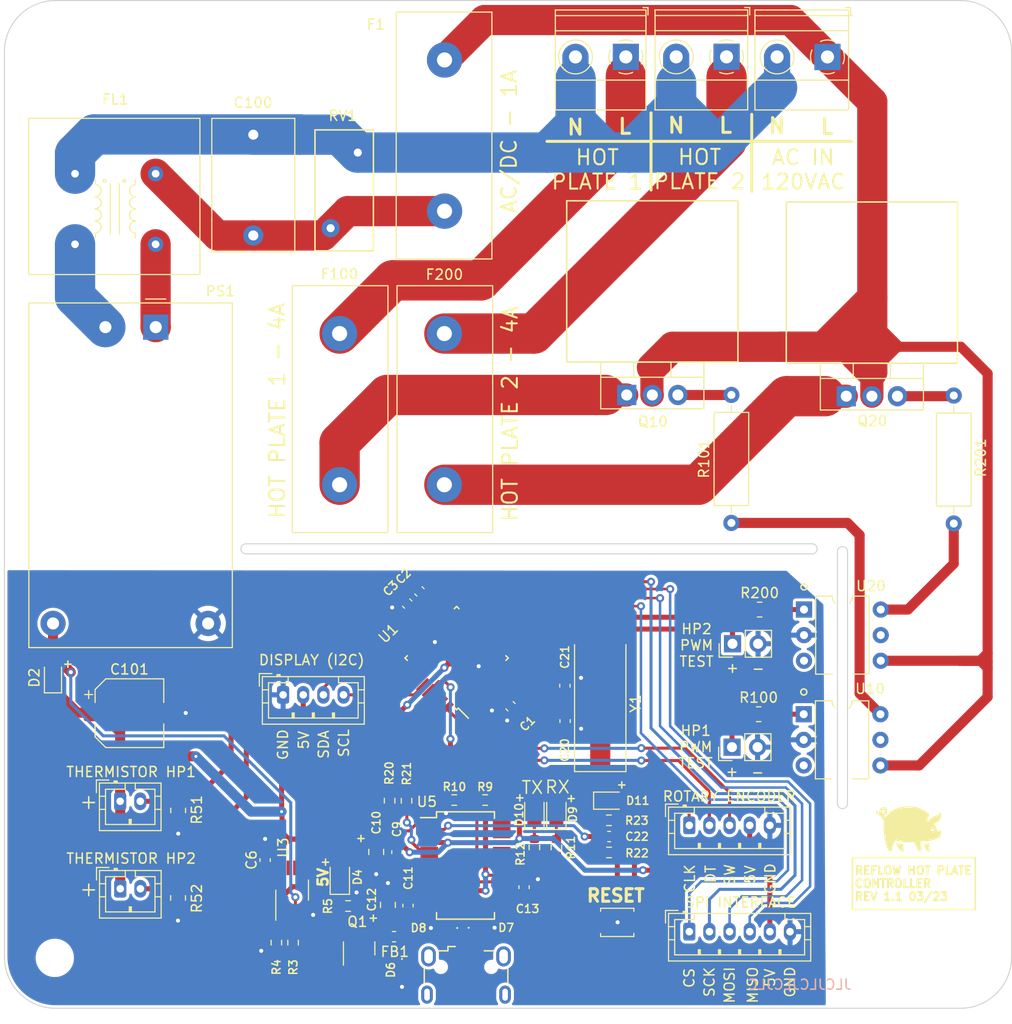
<source format=kicad_pcb>
(kicad_pcb (version 20211014) (generator pcbnew)
  (title_block (title "Solder Reflow Hot Plate PCB") (date "2023-03-22") (rev "1.1"))
  (layers (0 "F.Cu" signal) (31 "B.Cu" power) (34 "B.Paste" user) (35 "F.Paste" user) (36 "B.SilkS" user "B.Silkscreen") (37 "F.SilkS" user "F.Silkscreen") (38 "B.Mask" user) (39 "F.Mask" user) (44 "Edge.Cuts" user))
  (net 0 "")
  (net 1 "/Power Supply/Vps")
  (net 2 "GND")
  (net 3 "/ATMega328P-AU MCU/AREF")
  (net 4 "+5V")
  (net 5 "Net-(F100-Pad2)")
  (net 6 "Net-(F200-Pad2)")
  (net 7 "Net-(D4-Pad1)")
  (net 8 "Net-(C13-Pad1)")
  (net 9 "Net-(D6-Pad1)")
  (net 10 "Net-(D9-Pad1)")
  (net 11 "Net-(D10-Pad1)")
  (net 14 "Net-(Q1-Pad1)")
  (net 15 "Net-(C20-Pad2)")
  (net 16 "Net-(R3-Pad2)")
  (net 17 "Net-(R11-Pad1)")
  (net 18 "Net-(R12-Pad1)")
  (net 19 "Net-(C21-Pad2)")
  (net 20 "/ATMega328P-AU MCU/DTR")
  (net 21 "Net-(C22-Pad2)")
  (net 24 "unconnected-(U5-Pad26)")
  (net 35 "Net-(R20-Pad1)")
  (net 36 "/USB-UART Interface/USB_D+")
  (net 37 "/USB-UART Interface/USB_D-")
  (net 38 "/Power Supply/VBUS")
  (net 39 "/ATMega328P-AU MCU/RXD{slash}IO0")
  (net 40 "Net-(R21-Pad1)")
  (net 41 "/ATMega328P-AU MCU/TXD{slash}IO1")
  (net 42 "/ATMega328P-AU MCU/IO3")
  (net 43 "/ATMega328P-AU MCU/IO4")
  (net 44 "/ATMega328P-AU MCU/IO5")
  (net 45 "/ATMega328P-AU MCU/IO6")
  (net 46 "/ATMega328P-AU MCU/IO7")
  (net 47 "/ATMega328P-AU MCU/IO8")
  (net 48 "/ATMega328P-AU MCU/IO9")
  (net 49 "/ATMega328P-AU MCU/IO10")
  (net 50 "/ATMega328P-AU MCU/IO11{slash}MOSI")
  (net 51 "/ATMega328P-AU MCU/IO12{slash}MISO")
  (net 52 "/ATMega328P-AU MCU/IO13{slash}SCK")
  (net 53 "/ATMega328P-AU MCU/A6")
  (net 54 "/ATMega328P-AU MCU/A7")
  (net 55 "/ATMega328P-AU MCU/A0")
  (net 56 "/ATMega328P-AU MCU/A1")
  (net 57 "/ATMega328P-AU MCU/A2")
  (net 58 "/ATMega328P-AU MCU/A3")
  (net 59 "/ATMega328P-AU MCU/A4{slash}SDA")
  (net 60 "/ATMega328P-AU MCU/A5{slash}SCL")
  (net 61 "/ATMega328P-AU MCU/IO2")
  (net 62 "/USB-UART Interface/RTS")
  (net 63 "/Hot Plate Circuits/N1")
  (net 64 "/Hot Plate Circuits/L1")
  (net 65 "Net-(Q10-Pad3)")
  (net 66 "Net-(Q20-Pad3)")
  (net 67 "Net-(R10-Pad2)")
  (net 68 "Net-(R100-Pad2)")
  (net 69 "Net-(R101-Pad1)")
  (net 74 "Net-(R200-Pad2)")
  (net 75 "Net-(R201-Pad1)")
  (net 76 "Net-(C100-Pad1)")
  (net 77 "Net-(FL1-Pad3)")
  (net 78 "Net-(FL1-Pad4)")
  (net 79 "Net-(F100-Pad1)")
  (net 80 "Net-(F200-Pad1)")
  (footprint "Resistor_SMD:R_0603_1608Metric" (layer "F.Cu") (at 136.1595 125.238425)
    (fp_text reference "R10")
    (fp_text value "10k" hide)
  )
  (footprint "Resistor_SMD:R_0805_2012Metric" (layer "F.Cu") (at 166.4875 106.34)
    (fp_text reference "R200")
    (fp_text value "200R" hide)
  )
  (footprint "_USER_Fuse_Holders:WE 696106003002" (layer "F.Cu") (at 135.2 59.3 -90)
    (fp_text reference "F1")
    (fp_text value "1A" hide)
  )
  (footprint "Capacitor_SMD:C_0603_1608Metric" (layer "F.Cu") (at 151.5395 128.858425)
    (fp_text reference "C22")
    (fp_text value "0.1u" hide)
  )
  (footprint "Connector_JST:JST_PH_B2B-PH-K_1x02_P2.00mm_Vertical" (layer "F.Cu") (at 102.989425 125.3618)
    (fp_text reference "J10" hide)
    (fp_text value "Conn_01x02_Male" hide)
  )
  (footprint "Package_SO:VSSOP-8_3.0x3.0mm_P0.65mm" (layer "F.Cu") (at 120.0645 134.168425 90)
    (fp_text reference "U3")
    (fp_text value "LMV358IDGKR" hide)
  )
  (footprint "LED_SMD:LED_0805_2012Metric" (layer "F.Cu") (at 144.1195 126.472925 90)
    (fp_text reference "D10")
    (fp_text value "GRN" hide)
  )
  (footprint "Capacitor_SMD:C_0805_2012Metric" (layer "F.Cu") (at 128.4143 130.384825 -90)
    (fp_text reference "C10")
    (fp_text value "4.7u" hide)
  )
  (footprint "Package_SO:SSOP-28_5.3x10.2mm_P0.65mm" (layer "F.Cu") (at 137.2789 131.731025)
    (fp_text reference "U5")
    (fp_text value "CY7C65213-28PVXI" hide)
  )
  (footprint "MountingHole:MountingHole_3.2mm_M3" (layer "F.Cu") (at 186.5 140.9)
    (fp_text reference "H4" hide)
    (fp_text value "MountingHole" hide)
  )
  (footprint "Resistor_THT:R_Axial_DIN0309_L9.0mm_D3.2mm_P12.70mm_Horizontal" (layer "F.Cu") (at 163.68 97.74 90)
    (fp_text reference "R101")
    (fp_text value "220R" hide)
  )
  (footprint "Resistor_SMD:R_0603_1608Metric" (layer "F.Cu") (at 118.5 139.385 -90)
    (fp_text reference "R4")
    (fp_text value "10k" hide)
  )
  (footprint "Resistor_SMD:R_0603_1608Metric" (layer "F.Cu") (at 146.3039 129.939525 90)
    (fp_text reference "R11")
    (fp_text value "1k" hide)
  )
  (footprint "Resistor_SMD:R_0805_2012Metric" (layer "F.Cu") (at 166.3875 116.72)
    (fp_text reference "R100")
    (fp_text value "200R" hide)
  )
  (footprint "Capacitor_SMD:C_0603_1608Metric" (layer "F.Cu") (at 117.3845 131.195925 90)
    (fp_text reference "C6")
    (fp_text value "100n" hide)
  )
  (footprint "MountingHole:MountingHole_3.2mm_M3" (layer "F.Cu") (at 186.5 50.9)
    (fp_text reference "H2" hide)
    (fp_text value "MountingHole" hide)
  )
  (footprint "LED_SMD:LED_0805_2012Metric" (layer "F.Cu") (at 146.3039 126.472925 90)
    (fp_text reference "D9")
    (fp_text value "GRN" hide)
  )
  (footprint "Capacitor_SMD:C_0603_1608Metric" (layer "F.Cu") (at 143.0945 133.883425 90)
    (fp_text reference "C13")
    (fp_text value "1u" hide)
  )
  (footprint "Connector_JST:JST_PH_B6B-PH-K_1x06_P2.00mm_Vertical" (layer "F.Cu") (at 159.5 138.3)
    (fp_text reference "J502" hide)
    (fp_text value "Conn_01x06_Male" hide)
  )
  (footprint "Diode_SMD:D_0402_1005Metric" (layer "F.Cu") (at 135.3671 137.932625 180)
    (fp_text reference "D8")
    (fp_text value "5VWM" hide)
  )
  (footprint "_USER_Fuse_Holders:WE 696106003002" (layer "F.Cu") (at 124.78 86.45 90)
    (fp_text reference "F100")
    (fp_text value "4A" hide)
  )
  (footprint "TerminalBlock_Phoenix:TerminalBlock_Phoenix_MKDS-1,5-2_1x02_P5.00mm_Horizontal" (layer "F.Cu") (at 153.2 51.5 180)
    (fp_text reference "J100" hide)
    (fp_text value "1935776" hide)
  )
  (footprint "Capacitor_THT:C_Rect_L13.0mm_W8.0mm_P10.00mm_FKS3_FKP3_MKS4" (layer "F.Cu") (at 116.21 69.215 90)
    (fp_text reference "C100")
    (fp_text value "0.1uF" hide)
  )
  (footprint "Capacitor_SMD:C_0603_1608Metric" (layer "F.Cu") (at 147.15 113.89 -90)
    (fp_text reference "C21")
    (fp_text value "22p" hide)
  )
  (footprint "Connector_JST:JST_PH_B5B-PH-K_1x05_P2.00mm_Vertical" (layer "F.Cu") (at 159.5 127.75)
    (fp_text reference "J501" hide)
    (fp_text value "Conn_01x05_Male" hide)
  )
  (footprint "Capacitor_SMD:C_0603_1608Metric" (layer "F.Cu") (at 141.7487 115.929225 -45)
    (fp_text reference "C1")
    (fp_text value "0.1u" hide)
  )
  (footprint "Capacitor_SMD:C_0805_2012Metric" (layer "F.Cu") (at 129.5759 135.646625 90)
    (fp_text reference "C12")
    (fp_text value "4.7u" hide)
  )
  (footprint "Package_DIP:DIP-6_W7.62mm" (layer "F.Cu") (at 170.89 106.335)
    (fp_text reference "U20")
    (fp_text value "MOC3063M" hide)
  )
  (footprint "Connector_JST:JST_PH_B2B-PH-K_1x02_P2.00mm_Vertical" (layer "F.Cu") (at 103 134.04)
    (fp_text reference "J20" hide)
    (fp_text value "Conn_01x02_Male" hide)
  )
  (footprint "TerminalBlock_Phoenix:TerminalBlock_Phoenix_MKDS-1,5-2_1x02_P5.00mm_Horizontal" (layer "F.Cu") (at 163.2 51.492 180)
    (fp_text reference "J200" hide)
    (fp_text value "1935776" hide)
  )
  (footprint "TerminalBlock_Phoenix:TerminalBlock_Phoenix_MKDS-1,5-2_1x02_P5.00mm_Horizontal" (layer "F.Cu") (at 173.22 51.5 180)
    (fp_text reference "J300" hide)
    (fp_text value "1935776" hide)
  )
  (footprint "Diode_SMD:D_SOD-323" (layer "F.Cu") (at 151.4995 125.298425)
    (fp_text reference "D11")
    (fp_text value "1N4148WS " hide)
  )
  (footprint "Resistor_SMD:R_0603_1608Metric" (layer "F.Cu") (at 151.5345 130.438425)
    (fp_text reference "R22")
    (fp_text value "1k" hide)
  )
  (footprint "LED_SMD:LED_0805_2012Metric" (layer "F.Cu") (at 124.8 132.91 90)
    (fp_text reference "D4")
    (fp_text value "RED" hide)
  )
  (footprint "Resistor_SMD:R_0603_1608Metric" (layer "F.Cu") (at 125.6245 135.753425)
    (fp_text reference "R5")
    (fp_text value "1k" hide)
  )
  (footprint "Capacitor_SMD:C_0603_1608Metric" (layer "F.Cu") (at 132.710692 104.531217 135)
    (fp_text reference "C2")
    (fp_text value "0.1u" hide)
  )
  (footprint "_USER_Fuse_Holders:WE 696106003002" (layer "F.Cu") (at 135.18 86.45 90)
    (fp_text reference "F200")
    (fp_text value "4A" hide)
  )
  (footprint "Inductor_SMD:L_0603_1608Metric" (layer "F.Cu") (at 130.1854 138.796225 180)
    (fp_text reference "FB1")
    (fp_text value "40R" hide)
  )
  (footprint "Resistor_THT:R_Axial_DIN0309_L9.0mm_D3.2mm_P12.70mm_Horizontal" (layer "F.Cu") (at 185.76 97.8 90)
    (fp_text reference "R201")
    (fp_text value "220R" hide)
  )
  (footprint "Resistor_SMD:R_0603_1608Metric" (layer "F.Cu") (at 120.16 139.385 90)
    (fp_text reference "R3")
    (fp_text value "10k" hide)
  )
  (footprint "Package_TO_SOT_THT:TO-220-3_Vertical" (layer "F.Cu") (at 153.29 85.045)
    (fp_text reference "Q10")
    (fp_text value "BT139X-600,127" hide)
  )
  (footprint "Resistor_SMD:R_0603_1608Metric" (layer "F.Cu") (at 144.1195 129.933425 90)
    (fp_text reference "R12")
    (fp_text value "1k" hide)
  )
  (footprint "Resistor_SMD:R_0603_1608Metric" (layer "F.Cu") (at 151.5245 127.248425)
    (fp_text reference "R23")
    (fp_text value "10k" hide)
  )
  (footprint "Package_QFP:TQFP-32_7x7mm_P0.8mm" (layer "F.Cu") (at 136.3987 111.149225 135)
    (fp_text reference "U1")
    (fp_text value "ATmega328P-AU" hide)
  )
  (footprint "Capacitor_SMD:C_0603_1608Metric" (layer "F.Cu") (at 131.490692 105.741217 135)
    (fp_text reference "C3")
    (fp_text value "0.1u" hide)
  )
  (footprint "Diode_SMD:D_0402_1005Metric" (layer "F.Cu") (at 138.685 137.907225)
    (fp_text reference "D7")
    (fp_text value "5VWM" hide)
  )
  (footprint "Varistor:RV_Disc_D12mm_W5.8mm_P7.5mm" (layer "F.Cu") (at 126.585 60.99 -90)
    (fp_text reference "RV1")
    (fp_text value "10D561K" hide)
  )
  (footprint "Resistor_SMD:R_0603_1608Metric" (layer "F.Cu") (at 139.2345 125.238425)
    (fp_text reference "R9")
    (fp_text value "4k7" hide)
  )
  (footprint "Connector_PinHeader_2.54mm:PinHeader_1x02_P2.54mm_Vertical" (layer "F.Cu") (at 163.79 109.73 90)
    (fp_text reference "J201" hide)
    (fp_text value "Conn_01x02_Male" hide)
  )
  (footprint "Resistor_SMD:R_0805_2012Metric" (layer "F.Cu") (at 108.74 134.9525 90)
    (fp_text reference "R52")
    (fp_text value "100k" hide)
  )
  (footprint "Converter_ACDC:Converter_ACDC_HiLink_HLK-PMxx" (layer "F.Cu") (at 106.525 78.3125 -90)
    (fp_text reference "PS1")
    (fp_text value "HLK-PM01" hide)
  )
  (footprint "Package_DIP:DIP-6_W7.62mm" (layer "F.Cu") (at 170.86 116.725)
    (fp_text reference "U10")
    (fp_text value "MOC3063M" hide)
  )
  (footprint "MountingHole:MountingHole_3.2mm_M3" (layer "F.Cu") (at 96.5 50.9)
    (fp_text reference "H1" hide)
    (fp_text value "MountingHole" hide)
  )
  (footprint "_USER_EMI_Filter:KEMET SU9H-R02140" (layer "F.Cu") (at 102.51 66.59 -90)
    (fp_text reference "FL1")
    (fp_text value "14mH" hide)
  )
  (footprint "Resistor_SMD:R_0805_2012Metric" (layer "F.Cu") (at 108.75 126.2725 90)
    (fp_text reference "R51")
    (fp_text value "100k" hide)
  )
  (footprint "Resistor_SMD:R_0603_1608Metric" (layer "F.Cu") (at 131.4245 125.308425 -90)
    (fp_text reference "R21")
    (fp_text value "1k" hide)
  )
  (footprint "Button_Switch_SMD:SW_SPST_B3U-1000P" (layer "F.Cu") (at 152.3495 137.378425 180)
    (fp_text reference "SW1" hide)
    (fp_text value "B3U-1000P" hide)
  )
  (footprint "Diode_SMD:D_0402_1005Metric" (layer "F.Cu") (at 130.9729 142.095825 -90)
    (fp_text reference "D6")
    (fp_text value "5VWM" hide)
  )
  (footprint "Capacitor_SMD:C_0603_1608Metric" (layer "F.Cu") (at 147.17 117.4 90)
    (fp_text reference "C20")
    (fp_text value "22p" hide)
  )
  (footprint "Connector_USB:USB_Micro-B_Wuerth_629105150521" (layer "F.Cu") (at 137.33635 142.6)
    (fp_text reference "J3" hide)
    (fp_text value "USB_B_Micro" hide)
  )
  (footprint "Connector_JST:JST_PH_B4B-PH-K_1x04_P2.00mm_Vertical" (layer "F.Cu") (at 119.17 114.8)
    (fp_text reference "J500" hide)
    (fp_text value "Conn_01x04_Male" hide)
  )
  (footprint "Capacitor_SMD:C_0603_1608Metric" (layer "F.Cu") (at 131.5695 135.708425 -90)
    (fp_text reference "C11")
    (fp_text value "0.1u" hide)
  )
  (footprint "Resistor_SMD:R_0603_1608Metric" (layer "F.Cu") (at 129.7445 125.298425 -90)
    (fp_text reference "R20")
    (fp_text value "1k" hide)
  )
  (footprint "Crystal:Crystal_SMD_HC49-SD" (layer "F.Cu") (at 150.66 115.715 90)
    (fp_text reference "Y1")
    (fp_text value "16MHZ" hide)
  )
  (footprint "Connector_PinHeader_2.54mm:PinHeader_1x02_P2.54mm_Vertical" (layer "F.Cu") (at 163.74 119.99 90)
    (fp_text reference "J101" hide)
    (fp_text value "Conn_01x02_Male" hide)
  )
  (footprint "Capacitor_SMD:CP_Elec_6.3x5.9" (layer "F.Cu") (at 103.91 116.62)
    (fp_text reference "C101")
    (fp_text value "220uF" hide)
  )
  (footprint "Capacitor_SMD:C_0603_1608Metric" (layer "F.Cu") (at 130.4717 130.412425 90)
    (fp_text reference "C9")
    (fp_text value "0.1u" hide)
  )
  (footprint "LOGO" (layer "F.Cu") (at 181.3 128.1)
    (fp_text reference "G***" hide)
    (fp_text value "LOGO" hide)
  )
  (footprint "Package_TO_SOT_THT:TO-220-3_Vertical" (layer "F.Cu") (at 175.09 85.165)
    (fp_text reference "Q20")
    (fp_text value "BT139X-600,127" hide)
  )
  (footprint "Diode_SMD:D_SOD-323" (layer "F.Cu") (at 96.32 113.1 90)
    (fp_text reference "D2")
    (fp_text value "BAT760,115" hide)
  )
  (footprint "MountingHole:MountingHole_3.2mm_M3" (layer "F.Cu") (at 96.5 140.9)
    (fp_text reference "H3" hide)
    (fp_text value "MountingHole" hide)
  )
  (footprint "Package_TO_SOT_SMD:SOT-23" (layer "F.Cu") (at 126.7195 139.958425 90)
    (fp_text reference "Q1")
    (fp_text value "DMP2110U-7" hide)
  )
  (gr_circle (center 170.89 104.09) (end 171.17 104.21) (layer "F.SilkS") (width 0.15) (fill none))
  (gr_line (start 155.7 57.055) (end 155.7 64.705) (layer "F.SilkS") (width 0.3))
  (gr_line (start 145.37 59.875) (end 175.61 59.875) (layer "F.SilkS") (width 0.3))
  (gr_circle (center 170.87 114.51537) (end 171.15 114.63537) (layer "F.SilkS") (width 0.15) (fill none))
  (gr_line (start 165.7 57.2) (end 165.7 64.85) (layer "F.SilkS") (width 0.3))
  (gr_rect (start 175.6975 130.95) (end 187.9025 136.1) (layer "F.SilkS") (width 0.15) (fill none))
  (gr_arc (start 171.695 99.809802) (mid 172.195098 100.3099) (end 171.695 100.81) (layer "Edge.Cuts") (width 0.1))
  (gr_line (start 115.485 99.809802) (end 171.695 99.809802) (layer "Edge.Cuts") (width 0.1))
  (gr_line (start 115.485 100.81) (end 171.695 100.81) (layer "Edge.Cuts") (width 0.1))
  (gr_line (start 175.210099 100.59) (end 175.210099 125.59) (layer "Edge.Cuts") (width 0.1))
  (gr_line (start 96.5 145.9) (end 186.5 145.9) (layer "Edge.Cuts") (width 0.1))
  (gr_arc (start 175.210099 125.59) (mid 174.71 126.090099) (end 174.209901 125.59) (layer "Edge.Cuts") (width 0.1))
  (gr_arc (start 96.5 145.9) (mid 92.989927 144.410073) (end 91.5 140.9) (layer "Edge.Cuts") (width 0.1))
  (gr_arc (start 186.5 45.9) (mid 190.010073 47.389927) (end 191.5 50.9) (layer "Edge.Cuts") (width 0.1))
  (gr_arc (start 191.5 140.9) (mid 190.010073 144.410073) (end 186.5 145.9) (layer "Edge.Cuts") (width 0.1))
  (gr_arc (start 174.209901 100.59) (mid 174.71 100.089901) (end 175.210099 100.59) (layer "Edge.Cuts") (width 0.1))
  (gr_line (start 174.209901 100.59) (end 174.209901 125.59) (layer "Edge.Cuts") (width 0.1))
  (gr_line (start 191.5 50.9) (end 191.5 140.9) (layer "Edge.Cuts") (width 0.1))
  (gr_arc (start 91.5 50.9) (mid 92.989927 47.389927) (end 96.5 45.9) (layer "Edge.Cuts") (width 0.1))
  (gr_line (start 91.5 140.9) (end 91.5 50.9) (layer "Edge.Cuts") (width 0.1))
  (gr_line (start 186.5 45.9) (end 96.5 45.9) (layer "Edge.Cuts") (width 0.1))
  (gr_arc (start 115.485 100.81) (mid 114.9849 100.3099) (end 115.485 99.809802) (layer "Edge.Cuts") (width 0.1))
  (gr_text "JLCJLCJLCJLC" (at 170.45 143.55) (layer "B.SilkS") (effects (font (size 1 1)) (justify mirror)))
  (gr_text "N" (at 148.2 58.48) (layer "F.SilkS") (effects (font (size 1.5 1.5) (thickness 0.3))))
  (gr_text "SDA" (at 123.2 119.73 90) (layer "F.SilkS") (effects (font (size 1 1))))
  (gr_text "L" (at 163.1 58.3) (layer "F.SilkS") (effects (font (size 1.5 1.5) (thickness 0.3))))
  (gr_text "+" (at 163.74 122.4) (layer "F.SilkS") (effects (font (size 1 1))))
  (gr_text "THERMISTOR HP2" (at 104.08 131.04) (layer "F.SilkS") (effects (font (size 1 1))))
  (gr_text "N" (at 158.2 58.3) (layer "F.SilkS") (effects (font (size 1.5 1.5) (thickness 0.3))))
  (gr_text "+" (at 142.6751 125.080425 180) (layer "F.SilkS") (effects (font (size 0.8 0.8))))
  (gr_text "CLK" (at 159.55 133.04 90) (layer "F.SilkS") (effects (font (size 1 1))))
  (gr_text "HOT\nPLATE 2" (at 160.52 62.645) (layer "F.SilkS") (effects (font (size 1.5 1.5) (thickness 0.2))))
  (gr_text "MISO" (at 165.8 143.6 90) (layer "F.SilkS") (effects (font (size 1 1))))
  (gr_text "5V" (at 165.55 132.62 90) (layer "F.SilkS") (effects (font (size 1 1))))
  (gr_text "+" (at 128.1281 137.018225 180) (layer "F.SilkS") (effects (font (size 0.8 0.8))))
  (gr_text "SCK" (at 161.5 143.3 90) (layer "F.SilkS") (effects (font (size 1 1))))
  (gr_text "CS" (at 159.5 142.9 90) (layer "F.SilkS") (effects (font (size 1 1))))
  (gr_text "5V" (at 121.22 119.29 90) (layer "F.SilkS") (effects (font (size 1 1))))
  (gr_text "SW" (at 163.52 132.65 90) (layer "F.SilkS") (effects (font (size 1 1))))
  (gr_text "SCL" (at 125.2 119.59 90) (layer "F.SilkS") (effects (font (size 1 1))))
  (gr_text "TX" (at 143.9163 124.002025) (layer "F.SilkS") (effects (font (size 1.25 1.25))))
  (gr_text "REFLOW HOT PLATE\nCONTROLLER\nREV 1.1 03/23" (at 175.8225 133.525) (layer "F.SilkS") (effects (font (size 0.8 0.8) (thickness 0.2)) (justify left)))
  (gr_text "+" (at 97.8 111.7) (layer "F.SilkS") (effects (font (size 0.8 0.8))))
  (gr_text "+" (at 99.87 134.04) (layer "F.SilkS") (effects (font (size 1.5 1.5))))
  (gr_text "HP2\nPWM\nTEST" (at 160.22 109.88) (layer "F.SilkS") (effects (font (size 1 1))))
  (gr_text "AC/DC - 1A" (at 141.6 59.9 90) (layer "F.SilkS") (effects (font (size 1.5 1.5) (thickness 0.2))))
  (gr_text "L" (at 173.19 58.425) (layer "F.SilkS") (effects (font (size 1.5 1.5) (thickness 0.3))))
  (gr_text "+" (at 152.8 123.8 180) (layer "F.SilkS") (effects (font (size 0.8 0.8))))
  (gr_text "SPI INTERFACE" (at 164.6 135.4) (layer "F.SilkS") (effects (font (size 1 1))))
  (gr_text "HOT PLATE 2 - 4A" (at 141.69 86.9 90) (layer "F.SilkS") (effects (font (size 1.5 1.5) (thickness 0.2))))
  (gr_text "HOT PLATE 1 - 4A" (at 118.6 86.6 90) (layer "F.SilkS") (effects (font (size 1.5 1.5) (thickness 0.2))))
  (gr_text "+" (at 147.7771 125.152125 180) (layer "F.SilkS") (effects (font (size 0.8 0.8))))
  (gr_text "DISPLAY (I2C)" (at 122.01 111.35) (layer "F.SilkS") (effects (font (size 1 1))))
  (gr_text "-" (at 166.29 122.47) (layer "F.SilkS") (effects (font (size 1 1))))
  (gr_text "RESET" (at 152.1995 134.718425) (layer "F.SilkS") (effects (font (size 1.25 1.25) (thickness 0.3))))
  (gr_text "-" (at 166.34 112.18) (layer "F.SilkS") (effects (font (size 1 1))))
  (gr_text "N" (at 168.2 58.345) (layer "F.SilkS") (effects (font (size 1.5 1.5) (thickness 0.3))))
  (gr_text "+" (at 126.9 129) (layer "F.SilkS") (effects (font (size 0.8 0.8))))
  (gr_text "L" (at 153.1 58.4) (layer "F.SilkS") (effects (font (size 1.5 1.5) (thickness 0.3))))
  (gr_text "+" (at 163.79 112.11) (layer "F.SilkS") (effects (font (size 1 1))))
  (gr_text "GND" (at 119.15 119.74 90) (layer "F.SilkS") (effects (font (size 1 1))))
  (gr_text "5V" (at 123.1345 132.913425 90) (layer "F.SilkS") (effects (font (size 1 1) (thickness 0.25))))
  (gr_text "HOT\nPLATE 1" (at 150.36 62.675) (layer "F.SilkS") (effects (font (size 1.5 1.5) (thickness 0.2))))
  (gr_text "THERMISTOR HP1" (at 104.08 122.45) (layer "F.SilkS") (effects (font (size 1 1))))
  (gr_text "GND" (at 167.54 133.04 90) (layer "F.SilkS") (effects (font (size 1 1))))
  (gr_text "GND" (at 169.5 143.3 90) (layer "F.SilkS") (effects (font (size 1 1))))
  (gr_text "RX" (at 146.4055 123.951225) (layer "F.SilkS") (effects (font (size 1.25 1.25))))
  (gr_text "HP1\nPWM\nTEST" (at 160.14 119.97) (layer "F.SilkS") (effects (font (size 1 1))))
  (gr_text "+" (at 123.382028 131.350253) (layer "F.SilkS") (effects (font (size 0.8 0.8))))
  (gr_text "+" (at 99.87 125.37) (layer "F.SilkS") (effects (font (size 1.5 1.5))))
  (gr_text "MOSI" (at 163.5 143.6 90) (layer "F.SilkS") (effects (font (size 1 1))))
  (gr_text "5V" (at 167.51 142.88 90) (layer "F.SilkS") (effects (font (size 1 1))))
  (gr_text "AC IN\n120VAC" (at 170.81 62.675) (layer "F.SilkS") (effects (font (size 1.5 1.5) (thickness 0.2))))
  (gr_text "ROTARY ENCODER" (at 163.47 124.88) (layer "F.SilkS") (effects (font (size 1 1))))
  (gr_text "DT" (at 161.62 132.59 90) (layer "F.SilkS") (effects (font (size 1 1))))
  (segment (start 96.32 112.05) (end 97.59 112.05) (width 1) (layer "F.Cu") (net 1))
  (segment (start 96.325 111.175) (end 96.325 112.045) (width 1) (layer "F.Cu") (net 1))
  (segment (start 120.3895 134.8805) (end 120.39 134.88) (width 0.3) (layer "F.Cu") (net 1))
  (segment (start 96.325 112.045) (end 96.32 112.05) (width 1) (layer "F.Cu") (net 1))
  (segment (start 97.59 112.05) (end 98.09 112.55) (width 1) (layer "F.Cu") (net 1))
  (segment (start 120.3895 136.368425) (end 120.3895 134.8805) (width 0.3) (layer "F.Cu") (net 1))
  (segment (start 96.325 107.7125) (end 96.325 111.175) (width 1) (layer "F.Cu") (net 1))
  (via (at 120.39 134.88) (size 0.8) (drill 0.4) (layers "F.Cu" "B.Cu") (net 1))
  (via (at 98.09 112.55) (size 0.8) (drill 0.4) (layers "F.Cu" "B.Cu") (net 1))
  (segment (start 98.09 112.55) (end 98.09 115.65) (width 0.3) (layer "B.Cu") (net 1))
  (segment (start 120.39 134.88) (end 119.93 134.42) (width 0.3) (layer "B.Cu") (net 1))
  (segment (start 101.31 118.87) (end 113.3 118.87) (width 0.3) (layer "B.Cu") (net 1))
  (segment (start 119.93 134.42) (end 119.93 131.72) (width 0.3) (layer "B.Cu") (net 1))
  (segment (start 113.3 118.87) (end 119.93 125.5) (width 0.3) (layer "B.Cu") (net 1))
  (segment (start 119.93 125.5) (end 119.93 131.72) (width 0.3) (layer "B.Cu") (net 1))
  (segment (start 98.09 115.65) (end 101.31 118.87) (width 0.3) (layer "B.Cu") (net 1))
  (segment (start 135.3345 125.238425) (end 135.3345 126.523425) (width 0.5) (layer "F.Cu") (net 2))
  (segment (start 131.3327 134.696625) (end 131.5695 134.933425) (width 0.5) (layer "F.Cu") (net 2))
  (segment (start 139.686747 113.871586) (end 139.681061 113.871586) (width 0.5) (layer "F.Cu") (net 2))
  (segment (start 139.900172 116.347753) (end 138.555376 115.002957) (width 0.5) (layer "F.Cu") (net 2))
  (segment (start 133.8453 137.932625) (end 133.8445 137.933425) (width 0.5) (layer "F.Cu") (net 2))
  (segment (start 142.296708 116.477233) (end 142.280692 116.477233) (width 0.5) (layer "F.Cu") (net 2))
  (segment (start 150.6495 137.378425) (end 152.3695 137.378425) (width 0.5) (layer "F.Cu") (net 2))
  (segment (start 118.5 140.21) (end 117.01 140.21) (width 0.5) (layer "F.Cu") (net 2))
  (segment (start 139.17 137.907225) (end 140.1683 137.907225) (width 0.5) (layer "F.Cu") (net 2))
  (segment (start 133.6789 131.406025) (end 130.6903 131.406025) (width 0.3) (layer "F.Cu") (net 2))
  (segment (start 139.17 137.907225) (end 139.17 139.772775) (width 0.5) (layer "F.Cu") (net 2))
  (segment (start 152.3595 137.348425) (end 152.3795 137.368425) (width 0.5) (layer "F.Cu") (net 2))
  (segment (start 129.5759 133.482025) (end 129.5795 133.478425) (width 0.5) (layer "F.Cu") (net 2))
  (segment (start 121.8895 136.368425) (end 122.1545 136.633425) (width 0.3) (layer "F.Cu") (net 2))
  (segment (start 126.4495 134.4205) (end 126.46 134.41) (width 0.5) (layer "F.Cu") (net 2))
  (segment (start 144.4537 133.108425) (end 144.4661 133.096025) (width 0.5) (layer "F.Cu") (net 2))
  (segment (start 142.280692 116.477233) (end 141.4187 117.339225) (width 0.5) (layer "F.Cu") (net 2))
  (segment (start 130.952684 105.193209) (end 132.162684 103.983209) (width 0.5) (layer "F.Cu") (net 2))
  (segment (start 108.74 135.865) (end 108.74 137.188775) (width 0.5) (layer "F.Cu") (net 2))
  (segment (start 135.3345 126.523425) (end 135.3495 126.538425) (width 0.5) (layer "F.Cu") (net 2))
  (segment (start 130.942684 105.193209) (end 130.934716 105.193209) (width 0.5) (layer "F.Cu") (net 2))
  (segment (start 117.3845 130.420925) (end 117.3845 129.095925) (width 0.5) (layer "F.Cu") (net 2))
  (segment (start 108.75 128.560275) (end 108.758575 128.56885) (width 0.5) (layer "F.Cu") (net 2))
  (segment (start 130.942684 105.193209) (end 130.952684 105.193209) (width 0.5) (layer "F.Cu") (net 2))
  (segment (start 143.0945 133.108425) (end 144.4537 133.108425) (width 0.5) (layer "F.Cu") (net 2))
  (segment (start 138.5887 112.779225) (end 138.5887 111.959225) (width 0.5) (layer "F.Cu") (net 2))
  (segment (start 133.110653 108.431178) (end 134.2387 109.559225) (width 0.5) (layer "F.Cu") (net 2))
  (segment (start 139.681061 113.871586) (end 138.5887 112.779225) (width 0.5) (layer "F.Cu") (net 2))
  (segment (start 147.17 118.175) (end 148.745 118.175) (width 0.5) (layer "F.Cu") (net 2))
  (segment (start 142.1969 134.006025) (end 143.0945 133.108425) (width 0.3) (layer "F.Cu") (net 2))
  (segment (start 117.01 140.21) (end 117 140.2) (width 0.5) (layer "F.Cu") (net 2))
  (segment (start 108.75 127.185) (end 108.75 128.560275) (width 0.5) (layer "F.Cu") (net 2))
  (segment (start 152.3595 130.438425) (end 152.3595 137.348425) (width 0.5) (layer "F.Cu") (net 2))
  (segment (start 133.110653 108.426864) (end 133.110653 108.431178) (width 0.5) (layer "F.Cu") (net 2))
  (segment (start 128.4143 131.334825) (end 130.3243 131.334825) (width 0.5) (layer "F.Cu") (net 2))
  (segment (start 134.8821 137.932625) (end 133.8453 137.932625) (width 0.5) (layer "F.Cu") (net 2))
  (segment (start 148.745 113.115) (end 148.75 113.11) (width 0.5) (layer "F.Cu") (net 2))
  (segment (start 130.934716 105.193209) (end 129.9987 106.129225) (width 0.5) (layer "F.Cu") (net 2))
  (segment (start 148.745 118.175) (end 148.76 118.16) (width 0.5) (layer "F.Cu") (net 2))
  (segment (start 152.3695 137.378425) (end 152.3795 137.368425) (width 0.5) (layer "F.Cu") (net 2))
  (segment (start 108.74 137.188775) (end 108.730575 137.1982) (width 0.5) (layer "F.Cu") (net 2))
  (segment (start 140.8789 134.006025) (end 142.1969 134.006025) (width 0.3) (layer "F.Cu") (net 2))
  (segment (start 130.6903 131.406025) (end 130.4717 131.187425) (width 0.3) (layer "F.Cu") (net 2))
  (segment (start 140.8789 132.056025) (end 142.0421 132.056025) (width 0.3) (layer "F.Cu") (net 2))
  (segment (start 126.4495 135.753425) (end 126.4495 134.4205) (width 0.5) (layer "F.Cu") (net 2))
  (segment (start 129.5759 134.696625) (end 131.3327 134.696625) (width 0.5) (layer "F.Cu") (net 2))
  (segment (start 128.4143 131.334825) (end 128.4143 132.594625) (width 0.5) (layer "F.Cu") (net 2))
  (segment (start 130.3243 131.334825) (end 130.4717 131.187425) (width 0.5) (layer "F.Cu") (net 2))
  (segment (start 106.71 116.62) (end 109.48 116.62) (width 1) (layer "F.Cu") (net 2))
  (segment (start 130.9729 142.580825) (end 130.9729 143.774625) (width 0.5) (layer "F.Cu") (net 2))
  (segment (start 147.15 113.115) (end 148.745 113.115) (width 0.5) (layer "F.Cu") (net 2))
  (segment (start 142.0421 132.056025) (end 143.0945 133.108425) (width 0.3) (layer "F.Cu") (net 2))
  (segment (start 138.66135 140.281425) (end 138.66135 140.7) (width 0.5) (layer "F.Cu") (net 2))
  (segment (start 121.0395 136.368425) (end 121.8895 136.368425) (width 0.3) (layer "F.Cu") (net 2))
  (segment (start 140.1683 137.907225) (end 140.1695 137.908425) (width 0.5) (layer "F.Cu") (net 2))
  (segment (start 129.5759 134.696625) (end 129.5759 133.482025) (width 0.5) (layer "F.Cu") (net 2))
  (segment (start 109.48 116.62) (end 109.5 116.6) (width 1) (layer "F.Cu") (net 2))
  (segment (start 139.17 139.772775) (end 138.66135 140.281425) (width 0.5) (layer "F.Cu") (net 2))
  (via (at 133.8445 137.933425) (size 0.8) (drill 0.4) (layers "F.Cu" "B.Cu") (net 2))
  (via (at 108.758575 128.56885) (size 0.8) (drill 0.4) (layers "F.Cu" "B.Cu") (net 2))
  (via (at 117.3845 129.095925) (size 0.8) (drill 0.4) (layers "F.Cu" "B.Cu") (net 2))
  (via (at 148.76 118.16) (size 0.8) (drill 0.4) (layers "F.Cu" "B.Cu") (net 2))
  (via (at 122.1545 136.633425) (size 0.8) (drill 0.4) (layers "F.Cu" "B.Cu") (net 2))
  (via (at 138.5887 111.959225) (size 0.8) (drill 0.4) (layers "F.Cu" "B.Cu") (net 2))
  (via (at 128.4143 132.594625) (size 0.8) (drill 0.4) (layers "F.Cu" "B.Cu") (net 2))
  (via (at 148.75 113.11) (size 0.8) (drill 0.4) (layers "F.Cu" "B.Cu") (net 2))
  (via (at 140.1695 137.908425) (size 0.8) (drill 0.4) (layers "F.Cu" "B.Cu") (net 2))
  (via (at 141.4187 117.339225) (size 0.8) (drill 0.4) (layers "F.Cu" "B.Cu") (net 2))
  (via (at 117 140.2) (size 0.8) (drill 0.4) (layers "F.Cu" "B.Cu") (net 2))
  (via (at 129.5795 133.478425) (size 0.8) (drill 0.4) (layers "F.Cu" "B.Cu") (net 2))
  (via (at 130.9729 143.774625) (size 0.8) (drill 0.4) (layers "F.Cu" "B.Cu") (net 2))
  (via (at 126.46 134.41) (size 0.8) (drill 0.4) (layers "F.Cu" "B.Cu") (net 2))
  (via (at 144.4661 133.096025) (size 0.8) (drill 0.4) (layers "F.Cu" "B.Cu") (net 2))
  (via (at 109.5 116.6) (size 0.8) (drill 0.4) (layers "F.Cu" "B.Cu") (net 2))
  (via (at 134.2387 109.559225) (size 0.8) (drill 0.4) (layers "F.Cu" "B.Cu") (net 2))
  (via (at 152.3795 137.368425) (size 0.8) (drill 0.4) (layers "F.Cu" "B.Cu") (net 2))
  (via (at 108.730575 137.1982) (size 0.8) (drill 0.4) (layers "F.Cu" "B.Cu") (net 2))
  (via (at 129.9987 106.129225) (size 0.8) (drill 0.4) (layers "F.Cu" "B.Cu") (net 2))
  (via (at 135.3495 126.538425) (size 0.8) (drill 0.4) (layers "F.Cu" "B.Cu") (net 2))
  (via (at 139.900172 116.347753) (size 0.8) (drill 0.4) (layers "F.Cu" "B.Cu") (net 2))
  (segment (start 132.104386 106.289225) (end 133.676339 107.861178) (width 0.5) (layer "F.Cu") (net 3))
  (segment (start 132.0387 106.289225) (end 132.104386 106.289225) (width 0.5) (layer "F.Cu") (net 3))
  (segment (start 165.5 130.7) (end 165.38 130.82) (width 0.5) (layer "F.Cu") (net 4))
  (segment (start 119.0645 129.8855) (end 119.0645 129.5345) (width 0.5) (layer "F.Cu") (net 4))
  (segment (start 101.06 116.57) (end 101.11 116.62) (width 1) (layer "F.Cu") (net 4))
  (segment (start 126.3695 131.208425) (end 126.3695 130.678425) (width 0.5) (layer "F.Cu") (net 4))
  (segment (start 150.4495 125.298425) (end 150.4495 126.998425) (width 0.5) (layer "F.Cu") (net 4))
  (segment (start 102.989425 118.499425) (end 101.11 116.62) (width 1) (layer "F.Cu") (net 4))
  (segment (start 126.3695 132.558425) (end 126.3695 132.168425) (width 0.5) (layer "F.Cu") (net 4))
  (segment (start 165.38 130.82) (end 166.12 130.82) (width 0.5) (layer "F.Cu") (net 4))
  (segment (start 135.5787 111.709225) (end 135.5787 110.894911) (width 0.5) (layer "F.Cu") (net 4))
  (segment (start 119.742114 129.112114) (end 119.0645 128.4345) (width 0.5) (layer "F.Cu") (net 4))
  (segment (start 133.2587 105.180798) (end 134.80771 106.729808) (width 0.5) (layer "F.Cu") (net 4))
  (segment (start 104.620575 120.900575) (end 110.500575 120.900575) (width 1) (layer "F.Cu") (net 4))
  (segment (start 124.8 131.9725) (end 124.8 130.922925) (width 0.5) (layer "F.Cu") (net 4))
  (segment (start 121.18 118.95) (end 121.17 118.94) (width 0.5) (layer "F.Cu") (net 4))
  (segment (start 135.915857 111.372068) (end 136.055857 111.372068) (width 0.5) (layer "F.Cu") (net 4))
  (segment (start 120.292114 129.112114) (end 119.486886 129.112114) (width 0.5) (layer "F.Cu") (net 4))
  (segment (start 146.3039 125.535425) (end 150.2125 125.535425) (width 0.5) (layer "F.Cu") (net 4))
  (segment (start 135.555857 111.732068) (end 136.415857 111.732068) (width 0.5) (layer "F.Cu") (net 4))
  (segment (start 120.542114 129.112114) (end 119.112114 129.112114) (width 0.5) (layer "F.Cu") (net 4))
  (segment (start 135.5787 110.894911) (end 135.5787 107.500798) (width 0.5) (layer "F.Cu") (net 4))
  (segment (start 165.5 129.04) (end 165.5 130.04) (width 0.5) (layer "F.Cu") (net 4))
  (segment (start 104.300575 120.900575) (end 102.989425 119.589425) (width 1) (layer "F.Cu") (net 4))
  (segment (start 143.1725 125.535425) (end 144.1195 125.535425) (width 0.5) (layer "F.Cu") (net 4))
  (segment (start 126.3695 130.678425) (end 126.502 130.545925) (width 0.5) (layer "F.Cu") (net 4))
  (segment (start 128.211463 119.071463) (end 126.3695 120.913425) (width 0.5) (layer "F.Cu") (net 4))
  (segment (start 135.5787 107.500798) (end 134.80771 106.729808) (width 0.5) (layer "F.Cu") (net 4))
  (segment (start 119.0645 130.6645) (end 119.0645 129.8855) (width 0.5) (layer "F.Cu") (net 4))
  (segment (start 120.292114 129.112114) (end 119.837886 129.112114) (width 0.5) (layer "F.Cu") (net 4))
  (segment (start 135.5295 129.468425) (end 135.5171 129.456025) (width 0.5) (layer "F.Cu") (net 4))
  (segment (start 126.3695 129.2305) (end 126.3695 122.783425) (width 0.5) (layer "F.Cu") (net 4))
  (segment (start 130.2691 129.434825) (end 130.4717 129.637425) (width 0.5) (layer "F.Cu") (net 4))
  (segment (start 135.1787 112.109225) (end 135.555857 111.732068) (width 0.5) (layer "F.Cu") (net 4))
  (segment (start 122.842114 129.112114) (end 124.275925 130.545925) (width 0.5) (layer "F.Cu") (net 4))
  (segment (start 159.08 130.82) (end 157.7 132.2) (width 0.5) (layer "F.Cu") (net 4))
  (segment (start 141.200692 114.254161) (end 140.252432 113.305901) (width 0.5) (layer "F.Cu") (net 4))
  (segment (start 119.0645 130.6645) (end 119.0645 131.970925) (width 0.5) (layer "F.Cu") (net 4))
  (segment (start 127.3032 130.545925) (end 128.4143 129.434825) (width 0.5) (layer "F.Cu") (net 4))
  (segment (start 126.3695 129.948425) (end 125.772 130.545925) (width 0.5) (layer "F.Cu") (net 4))
  (segment (start 128.211463 119.071463) (end 129.491463 117.791463) (width 0.5) (layer "F.Cu") (net 4))
  (segment (start 102.989425 119.589425) (end 102.989425 118.499425) (width 1) (layer "F.Cu") (net 4))
  (segment (start 162.78 130.82) (end 159.08 130.82) (width 0.5) (layer "F.Cu") (net 4))
  (segment (start 127.002 130.545925) (end 127.3032 130.545925) (width 0.5) (layer "F.Cu") (net 4))
  (segment (start 163.42 130.82) (end 165.38 130.82) (width 0.5) (layer "F.Cu") (net 4))
  (segment (start 166.42 130.82) (end 167.5 131.9) (width 0.5) (layer "F.Cu") (net 4))
  (segment (start 150.2125 125.535425) (end 150.4495 125.298425) (width 0.5) (layer "F.Cu") (net 4))
  (segment (start 126.3695 129.913425) (end 127.002 130.545925) (width 0.5) (layer "F.Cu") (net 4))
  (segment (start 141.200692 115.381217) (end 141.200692 114.254161) (width 0.5) (layer "F.Cu") (net 4))
  (segment (start 133.6789 129.456025) (end 134.936439 129.456025) (width 0.3) (layer "F.Cu") (net 4))
  (segment (start 119.486886 129.112114) (end 119.0645 129.5345) (width 0.5) (layer "F.Cu") (net 4))
  (segment (start 119.837886 129.112114) (end 122.842114 129.112114) (width 0.5) (layer "F.Cu") (net 4))
  (segment (start 119.025 121.105) (end 121.18 118.95) (width 0.5) (layer "F.Cu") (net 4))
  (segment (start 135.1787 112.109225) (end 135.5787 111.709225) (width 0.5) (layer "F.Cu") (net 4))
  (segment (start 119.112114 129.112114) (end 119.0645 129.0645) (width 0.5) (layer "F.Cu") (net 4))
  (segment (start 102.989425 122.019425) (end 102.989425 120.900575) (width 1) (layer "F.Cu") (net 4))
  (segment (start 166.12 130.82) (end 166.42 130.82) (width 0.5) (layer "F.Cu") (net 4))
  (segment (start 141.200692 115.381217) (end 140.065006 115.381217) (width 0.5) (layer "F.Cu") (net 4))
  (segment (start 126.3695 129.4695) (end 126.3695 129.948425) (width 0.5) (layer "F.Cu") (net 4))
  (segment (start 119.0645 129.0645) (end 119.0645 128.4345) (width 0.5) (layer "F.Cu") (net 4))
  (segment (start 119.0645 129.5345) (end 119.0645 129.0645) (width 0.5) (layer "F.Cu") (net 4))
  (segment (start 130.4717 129.637425) (end 130.9581 129.637425) (width 0.5) (layer "F.Cu") (net 4))
  (segment (start 126.3695 131.208425) (end 125.772 130.610925) (width 0.5) (layer "F.Cu") (net 4))
  (segment (start 135.5171 129.456025) (end 134.7071 129.456025) (width 0.5) (layer "F.Cu") (net 4))
  (segment (start 119.837886 129.112114) (end 119.0645 129.8855) (width 0.5) (layer "F.Cu") (net 4))
  (segment (start 131.488964 115.793962) (end 131.493962 115.793962) (width 0.5) (layer "F.Cu") (net 4))
  (segment (start 98.74 116.57) (end 101.06 116.57) (width 1) (layer "F.Cu") (net 4))
  (segment (start 119.0645 126.4245) (end 119.025 126.385) (width 0.5) (layer "F.Cu") (net 4))
  (segment (start 119.025 126.385) (end 119.025 121.105) (width 0.5) (layer "F.Cu") (net 4))
  (segment (start 135.1787 112.109225) (end 135.915857 111.372068) (width 0.5) (layer "F.Cu") (net 4))
  (segment (start 144.1195 125.535425) (end 146.3039 125.535425) (width 0.5) (layer "F.Cu") (net 4))
  (segment (start 162.78 130.82) (end 163.42 130.82) (width 0.5) (layer "F.Cu") (net 4))
  (segment (start 124.275925 130.545925) (end 126.024075 130.545925) (width 0.5) (layer "F.Cu") (net 4))
  (segment (start 165.5 129.04) (end 165.5 127.75) (width 0.5) (layer "F.Cu") (net 4))
  (segment (start 120.542114 129.112114) (end 120.292114 129.112114) (width 0.5) (layer "F.Cu") (net 4))
  (segment (start 164.72 130.82) (end 165.12 130.82) (width 0.5) (layer "F.Cu") (net 4))
  (segment (start 128.4143 129.434825) (end 130.2691 129.434825) (width 0.5) (layer "F.Cu") (net 4))
  (segment (start 125.772 130.610925) (end 125.772 130.545925) (width 0.5) (layer "F.Cu") (net 4))
  (segment (start 125.177 130.545925) (end 125.772 130.545925) (width 0.5) (layer "F.Cu") (net 4))
  (segment (start 167.5 133.8) (end 167.5 138.3) (width 0.5) (layer "F.Cu") (net 4))
  (segment (start 104.108275 120.900575) (end 102.989425 122.019425) (width 1) (layer "F.Cu") (net 4))
  (segment (start 136.393014 111.709225) (end 135.5787 111.709225) (width 0.5) (layer "F.Cu") (net 4))
  (segment (start 103 134.04) (end 103 125.372375) (width 1) (layer "F.Cu") (net 4))
  (segment (start 157.7 132.2) (end 154.9 132.2) (width 0.5) (layer "F.Cu") (net 4))
  (segment (start 133.2587 105.079225) (end 133.2587 105.180798) (width 0.5) (layer "F.Cu") (net 4))
  (segment (start 142.6395 129.058425) (end 142.6395 126.068425) (width 0.5) (layer "F.Cu") (net 4))
  (segment (start 126.3695 120.913425) (end 126.3695 122.783425) (width 0.5) (layer "F.Cu") (net 4))
  (segment (start 136.055857 111.372068) (end 135.5787 110.894911) (width 0.5) (layer "F.Cu") (net 4))
  (segment (start 121.17 118.94) (end 121.17 114.8) (width 0.5) (layer "F.Cu") (net 4))
  (segment (start 125.772 130.545925) (end 126.024075 130.545925) (width 0.5) (layer "F.Cu") (net 4))
  (segment (start 103 125.372375) (end 102.989425 125.3618) (width 1) (layer "F.Cu") (net 4))
  (segment (start 165.5 130.04) (end 164.72 130.82) (width 0.5) (layer "F.Cu") (net 4))
  (segment (start 126.024075 130.545925) (end 126.502 130.545925) (width 0.5) (layer "F.Cu") (net 4))
  (segment (start 165.5 130.2) (end 166.12 130.82) (width 0.5) (layer "F.Cu") (net 4))
  (segment (start 126.3695 132.168425) (end 126.3695 131.208425) (width 0.5) (layer "F.Cu") (net 4))
  (segment (start 124.8 131.9725) (end 124.8 131.07) (width 0.5) (layer "F.Cu") (net 4))
  (segment (start 124.8 130.922925) (end 125.177 130.545925) (width 0.5) (layer "F.Cu") (net 4))
  (segment (start 142.6395 126.068425) (end 143.1725 125.535425) (width 0.5) (layer "F.Cu") (net 4))
  (segment (start 130.9581 129.637425) (end 131.7349 130.414225) (width 0.5) (layer "F.Cu") (net 4))
  (segment (start 102.989425 125.3618) (end 102.989425 122.019425) (width 1) (layer "F.Cu") (net 4))
  (segment (start 165.5 130.04) (end 165.5 130.2) (width 0.5) (layer "F.Cu") (net 4))
  (segment (start 96.32 114.15) (end 98.74 116.57) (width 1) (layer "F.Cu") (net 4))
  (segment (start 127.6695 133.858425) (end 126.3695 132.558425) (width 0.5) (layer "F.Cu") (net 4))
  (segment (start 126.3695 122.783425) (end 126.3695 120.948425) (width 0.5) (layer "F.Cu") (net 4))
  (segment (start 126.3695 131.208425) (end 127.002 130.575925) (width 0.5) (layer "F.Cu") (net 4))
  (segment (start 124.8 131.07) (end 124.275925 130.545925) (width 0.5) (layer "F.Cu") (net 4))
  (segment (start 126.502 130.545925) (end 127.002 130.545925) (width 0.5) (layer "F.Cu") (net 4))
  (segment (start 127.6695 140.895925) (end 127.6695 133.858425) (width 0.5) (layer "F.Cu") (net 4))
  (segment (start 167.5 131.9) (end 167.5 133.8) (width 0.5) (layer "F.Cu") (net 4))
  (segment (start 119.0645 128.4345) (end 119.0645 126.4245) (width 0.5) (layer "F.Cu") (net 4))
  (segment (start 165.5 129.04) (end 165.5 130.7) (width 0.5) (layer "F.Cu") (net 4))
  (segment (start 102.989425 120.900575) (end 102.989425 119.589425) (width 1) (layer "F.Cu") (net 4))
  (segment (start 126.3695 129.4695) (end 126.3695 129.913425) (width 0.5) (layer "F.Cu") (net 4))
  (segment (start 136.415857 111.732068) (end 136.055857 111.372068) (width 0.5) (layer "F.Cu") (net 4))
  (segment (start 150.4495 126.998425) (end 150.6995 127.248425) (width 0.5) (layer "F.Cu") (net 4))
  (segment (start 102.989425 120.900575) (end 104.620575 120.900575) (width 1) (layer "F.Cu") (net 4))
  (segment (start 127.002 130.575925) (end 127.002 130.545925) (width 0.5) (layer "F.Cu") (net 4))
  (segment (start 120.542114 129.112114) (end 119.742114 129.112114) (width 0.5) (layer "F.Cu") (net 4))
  (segment (start 139.121061 114.437272) (end 136.393014 111.709225) (width 0.5) (layer "F.Cu") (net 4))
  (segment (start 104.620575 120.900575) (end 104.300575 120.900575) (width 1) (layer "F.Cu") (net 4))
  (segment (start 104.620575 120.900575) (end 104.108275 120.900575) (width 1) (layer "F.Cu") (net 4))
  (segment (start 140.065006 115.381217) (end 139.121061 114.437272) (width 0.5) (layer "F.Cu") (net 4))
  (segment (start 126.3695 132.168425) (end 126.3695 129.2305) (width 0.5) (layer "F.Cu") (net 4))
  (segment (start 126.3695 129.2305) (end 126.3695 129.4695) (width 0.5) (layer "F.Cu") (net 4))
  (segment (start 119.0645 131.970925) (end 117.3845 131.970925) (width 0.5) (layer "F.Cu") (net 4))
  (segment (start 129.491463 117.791463) (end 131.488964 115.793962) (width 0.5) (layer "F.Cu") (net 4))
  (via (at 154.9 132.2) (size 0.8) (drill 0.4) (layers "F.Cu" "B.Cu") (net 4))
  (via (at 131.493962 115.793962) (size 0.8) (drill 0.4) (layers "F.Cu" "B.Cu") (net 4))
  (via (at 131.7349 130.414225) (size 0.8) (drill 0.4) (layers "F.Cu" "B.Cu") (net 4))
  (via (at 135.1787 112.109225) (size 0.8) (drill 0.4) (layers "F.Cu" "B.Cu") (net 4))
  (via (at 110.51 120.91) (size 0.7) (drill 0.3) (layers "F.Cu" "B.Cu") (net 4))
  (via (at 119.025 126.385) (size 0.7) (drill 0.3) (layers "F.Cu" "B.Cu") (net 4))
  (via (at 142.6395 129.058425) (size 0.8) (drill 0.4) (layers "F.Cu" "B.Cu") (net 4))
  (via (at 135.5295 129.468425) (size 0.8) (drill 0.4) (layers "F.Cu" "B.Cu") (net 4))
  (segment (start 146.008425 129.058425) (end 147.225 130.275) (width 0.5) (layer "B.Cu") (net 4))
  (segment (start 135.5295 129.468425) (end 142.2295 129.468425) (width 0.5) (layer "B.Cu") (net 4))
  (segment (start 142.6395 129.058425) (end 146.008425 129.058425) (width 0.5) (layer "B.Cu") (net 4))
  (segment (start 142.2295 129.468425) (end 142.6395 129.058425) (width 0.5) (layer "B.Cu") (net 4))
  (segment (start 134.2037 113.084225) (end 135.1787 112.109225) (width 0.5) (layer "B.Cu") (net 4))
  (segment (start 115.985 126.385) (end 119.025 126.385) (width 1) (layer "B.Cu") (net 4))
  (segment (start 132.998962 114.288962) (end 134.2037 113.084225) (width 0.5) (layer "B.Cu") (net 4))
  (segment (start 131.7349 130.414225) (end 134.5837 130.414225) (width 0.5) (layer "B.Cu") (net 4))
  (segment (start 132.998962 114.288962) (end 131.493962 115.793962) (width 0.5) (layer "B.Cu") (net 4))
  (segment (start 147.225 130.275) (end 149.15 132.2) (width 0.5) (layer "B.Cu") (net 4))
  (segment (start 134.2037 113.084225) (end 134.8087 112.479225) (width 0.5) (layer "B.Cu") (net 4))
  (segment (start 149.15 132.2) (end 154.9 132.2) (width 0.5) (layer "B.Cu") (net 4))
  (segment (start 134.5837 130.414225) (end 135.5295 129.468425) (width 0.5) (layer "B.Cu") (net 4))
  (segment (start 110.51 120.91) (end 115.985 126.385) (width 1) (layer "B.Cu") (net 4))
  (segment (start 124.78 78.95) (end 130.06 73.67) (width 4) (layer "F.Cu") (net 5))
  (segment (start 153.2 59.26) (end 153.2 53.4) (width 4) (layer "F.Cu") (net 5))
  (segment (start 153.2 51.5) (end 153.2 53.4) (width 2.6) (layer "F.Cu") (net 5))
  (segment (start 138.79 73.67) (end 153.2 59.26) (width 4) (layer "F.Cu") (net 5))
  (segment (start 130.06 73.67) (end 138.79 73.67) (width 4) (layer "F.Cu") (net 5))
  (segment (start 163.2 59.83) (end 163.2 53.5) (width 4) (layer "F.Cu") (net 6))
  (segment (start 163.2 51.492) (end 163.2 53.5) (width 2.6) (layer "F.Cu") (net 6))
  (segment (start 144.08 78.95) (end 163.2 59.83) (width 4) (layer "F.Cu") (net 6))
  (segment (start 135.18 78.95) (end 144.08 78.95) (width 4) (layer "F.Cu") (net 6))
  (segment (start 124.8 135.752925) (end 124.7995 135.753425) (width 0.5) (layer "F.Cu") (net 7))
  (segment (start 124.8 133.8475) (end 124.8 135.752925) (width 0.5) (layer "F.Cu") (net 7))
  (segment (start 143.0921 134.656025) (end 143.0945 134.658425) (width 0.3) (layer "F.Cu") (net 8))
  (segment (start 140.8789 134.656025) (end 143.0921 134.656025) (width 0.3) (layer "F.Cu") (net 8))
  (segment (start 131.1973 138.796225) (end 130.9729 138.796225) (width 0.5) (layer "F.Cu") (net 9))
  (segment (start 136.03635 140.281425) (end 136.03635 139.973475) (width 0.3) (layer "F.Cu") (net 9))
  (segment (start 131.9995 140.358425) (end 131.9995 139.598425) (width 0.5) (layer "F.Cu") (net 9))
  (segment (start 130.9729 141.385025) (end 131.9995 140.358425) (width 0.5) (layer "F.Cu") (net 9))
  (segment (start 135.0973 138.796225) (end 136.01135 139.710275) (width 0.5) (layer "F.Cu") (net 9))
  (segment (start 131.9995 138.838425) (end 131.9573 138.796225) (width 0.5) (layer "F.Cu") (net 9))
  (segment (start 131.9995 139.598425) (end 131.1973 138.796225) (width 0.5) (layer "F.Cu") (net 9))
  (segment (start 130.9729 138.796225) (end 131.9573 138.796225) (width 0.5) (layer "F.Cu") (net 9))
  (segment (start 136.01135 139.710275) (end 136.01135 140.7) (width 0.5) (layer "F.Cu") (net 9))
  (segment (start 131.9995 139.598425) (end 132.8017 138.796225) (width 0.5) (layer "F.Cu") (net 9))
  (segment (start 131.9573 138.796225) (end 132.9673 138.796225) (width 0.5) (layer "F.Cu") (net 9))
  (segment (start 130.9729 141.610825) (end 130.9729 141.385025) (width 0.5) (layer "F.Cu") (net 9))
  (segment (start 131.9995 139.598425) (end 131.9995 138.838425) (width 0.5) (layer "F.Cu") (net 9))
  (segment (start 132.8017 138.796225) (end 132.9673 138.796225) (width 0.5) (layer "F.Cu") (net 9))
  (segment (start 132.9673 138.796225) (end 135.0973 138.796225) (width 0.5) (layer "F.Cu") (net 9))
  (segment (start 146.3039 129.114525) (end 146.3039 127.410425) (width 0.3) (layer "F.Cu") (net 10))
  (segment (start 144.1195 129.108425) (end 144.1195 127.410425) (width 0.3) (layer "F.Cu") (net 11))
  (segment (start 121.45 133.84) (end 123.5845 135.9745) (width 0.5) (layer "F.Cu") (net 14))
  (segment (start 120.092926 133.84) (end 121.45 133.84) (width 0.5) (layer "F.Cu") (net 14))
  (segment (start 123.5845 135.9745) (end 123.5845 138.193425) (width 0.5) (layer "F.Cu") (net 14))
  (segment (start 119.496463 134.436463) (end 120.092926 133.84) (width 0.5) (layer "F.Cu") (net 14))
  (segment (start 119.496463 134.436463) (end 119.0645 134.868425) (width 0.5) (layer "F.Cu") (net 14))
  (segment (start 125.7695 140.378425) (end 125.7695 140.895925) (width 0.5) (layer "F.Cu") (net 14))
  (segment (start 119.0645 134.868425) (end 119.0645 136.368425) (width 0.5) (layer "F.Cu") (net 14))
  (segment (start 123.5845 138.193425) (end 125.7695 140.378425) (width 0.5) (layer "F.Cu") (net 14))
  (segment (start 147.17 116.625) (end 144.704476 116.625) (width 0.5) (layer "F.Cu") (net 15))
  (segment (start 149.405 116.625) (end 147.17 116.625) (width 0.5) (layer "F.Cu") (net 15))
  (segment (start 140.818117 112.740215) (end 140.81969 112.740215) (width 0.3) (layer "F.Cu") (net 15))
  (segment (start 144.704476 116.625) (end 141.7537 113.674225) (width 0.5) (layer "F.Cu") (net 15))
  (segment (start 150.66 119.965) (end 150.66 117.88) (width 0.5) (layer "F.Cu") (net 15))
  (segment (start 150.66 117.88) (end 149.405 116.625) (width 0.5) (layer "F.Cu") (net 15))
  (segment (start 140.81969 112.740215) (end 141.7537 113.674225) (width 0.3) (layer "F.Cu") (net 15))
  (segment (start 119.7395 136.368425) (end 119.7395 138.1395) (width 0.3) (layer "F.Cu") (net 16))
  (segment (start 118.5 138.56) (end 120.16 138.56) (width 0.5) (layer "F.Cu") (net 16))
  (segment (start 119.7395 138.1395) (end 120.16 138.56) (width 0.3) (layer "F.Cu") (net 16))
  (segment (start 142.3671 131.406025) (end 142.7945 131.833425) (width 0.3) (layer "F.Cu") (net 17))
  (segment (start 146.3039 130.824025) (end 146.3039 130.764525) (width 0.3) (layer "F.Cu") (net 17))
  (segment (start 140.8789 131.406025) (end 142.3671 131.406025) (width 0.3) (layer "F.Cu") (net 17))
  (segment (start 142.7945 131.833425) (end 145.2945 131.833425) (width 0.3) (layer "F.Cu") (net 17))
  (segment (start 145.2945 131.833425) (end 146.3039 130.824025) (width 0.3) (layer "F.Cu") (net 17))
  (segment (start 140.8789 130.756025) (end 144.1171 130.756025) (width 0.3) (layer "F.Cu") (net 18))
  (segment (start 144.1171 130.756025) (end 144.1195 130.758425) (width 0.3) (layer "F.Cu") (net 18))
  (segment (start 150.66 111.465) (end 150.66 113.1) (width 0.5) (layer "F.Cu") (net 19))
  (segment (start 149.095 114.665) (end 147.15 114.665) (width 0.5) (layer "F.Cu") (net 19))
  (segment (start 147.15 114.665) (end 143.894476 114.665) (width 0.5) (layer "F.Cu") (net 19))
  (segment (start 143.894476 114.665) (end 142.2937 113.064225) (width 0.5) (layer "F.Cu") (net 19))
  (segment (start 141.404005 112.17453) (end 142.2937 113.064225) (width 0.3) (layer "F.Cu") (net 19))
  (segment (start 141.383803 112.17453) (end 141.404005 112.17453) (width 0.3) (layer "F.Cu") (net 19))
  (segment (start 150.66 113.1) (end 149.095 114.665) (width 0.5) (layer "F.Cu") (net 19))
  (segment (start 150.7645 128.858425) (end 149.1095 128.858425) (width 0.5) (layer "F.Cu") (net 20))
  (segment (start 150.7095 128.913425) (end 150.7645 128.858425) (width 0.5) (layer "F.Cu") (net 20))
  (segment (start 150.7095 130.438425) (end 150.7095 128.913425) (width 0.5) (layer "F.Cu") (net 20))
  (segment (start 133.6789 128.156025) (end 135.1719 128.156025) (width 0.3) (layer "F.Cu") (net 20))
  (segment (start 135.1719 128.156025) (end 135.5495 127.778425) (width 0.3) (layer "F.Cu") (net 20))
  (via (at 149.1095 128.858425) (size 0.8) (drill 0.4) (layers "F.Cu" "B.Cu") (net 20))
  (via (at 135.5495 127.778425) (size 0.8) (drill 0.4) (layers "F.Cu" "B.Cu") (net 20))
  (segment (start 146.6795 127.778425) (end 147.4095 127.778425) (width 0.3) (layer "B.Cu") (net 20))
  (segment (start 147.4095 127.778425) (end 148.0295 127.778425) (width 0.3) (layer "B.Cu") (net 20))
  (segment (start 135.5495 127.778425) (end 146.6795 127.778425) (width 0.3) (layer "B.Cu") (net 20))
  (segment (start 148.0295 127.778425) (end 149.1095 128.858425) (width 0.3) (layer "B.Cu") (net 20))
  (segment (start 135.7837 119.174225) (end 135.7837 119.897625) (width 0.5) (layer "F.Cu") (net 21))
  (segment (start 133.676339 114.437272) (end 133.676339 114.431586) (width 0.3) (layer "F.Cu") (net 21))
  (segment (start 152.3145 128.858425) (end 152.3145 127.283425) (width 0.5) (layer "F.Cu") (net 21))
  (segment (start 133.676339 114.431586) (end 134.6187 113.489225) (width 0.3) (layer "F.Cu") (net 21))
  (segment (start 152.5495 125.298425) (end 152.5495 127.048425) (width 0.5) (layer "F.Cu") (net 21))
  (segment (start 152.8195 128.858425) (end 152.3145 128.858425) (width 0.5) (layer "F.Cu") (net 21))
  (segment (start 134.6187 113.489225) (end 135.2487 113.489225) (width 0.3) (layer "F.Cu") (net 21))
  (segment (start 139.516074 123.63) (end 151.76 123.63) (width 0.5) (layer "F.Cu") (net 21))
  (segment (start 153.6495 129.688425) (end 152.8195 128.858425) (width 0.5) (layer "F.Cu") (net 21))
  (segment (start 135.7837 119.897625) (end 139.516074 123.63) (width 0.5) (layer "F.Cu") (net 21))
  (segment (start 135.2487 113.489225) (end 135.7987 114.039225) (width 0.3) (layer "F.Cu") (net 21))
  (segment (start 151.76 123.63) (end 152.5495 124.4195) (width 0.5) (layer "F.Cu") (net 21))
  (segment (start 152.5495 127.048425) (end 152.3495 127.248425) (width 0.5) (layer "F.Cu") (net 21))
  (segment (start 154.0495 137.378425) (end 154.0495 130.088425) (width 0.5) (layer "F.Cu") (net 21))
  (segment (start 152.5495 124.4195) (end 152.5495 125.298425) (width 0.5) (layer "F.Cu") (net 21))
  (segment (start 154.0495 130.088425) (end 153.2095 129.248425) (width 0.5) (layer "F.Cu") (net 21))
  (segment (start 152.3145 127.283425) (end 152.3495 127.248425) (width 0.5) (layer "F.Cu") (net 21))
  (via (at 135.7837 119.174225) (size 0.8) (drill 0.4) (layers "F.Cu" "B.Cu") (net 21))
  (via (at 135.7987 114.039225) (size 0.8) (drill 0.4) (layers "F.Cu" "B.Cu") (net 21))
  (segment (start 135.7837 114.054225) (end 135.7987 114.039225) (width 0.3) (layer "B.Cu") (net 21))
  (segment (start 135.7837 119.174225) (end 135.7837 114.054225) (width 0.3) (layer "B.Cu") (net 21))
  (segment (start 140.8609 128.773025) (end 140.86875 128.780875) (width 0.3) (layer "F.Cu") (net 24))
  (segment (start 140.86875 128.773025) (end 140.8609 128.773025) (width 0.3) (layer "F.Cu") (net 24))
  (segment (start 129.7445 124.473425) (end 129.7395 124.468425) (width 0.3) (layer "F.Cu") (net 35))
  (segment (start 129.7395 124.468425) (end 129.7395 119.505481) (width 0.3) (layer "F.Cu") (net 35))
  (segment (start 129.7395 119.505481) (end 134.242024 115.002957) (width 0.3) (layer "F.Cu") (net 35))
  (segment (start 137.49035 137.922275) (end 137.23635 137.668275) (width 0.2) (layer "F.Cu") (net 36))
  (segment (start 137.49035 137.942975) (end 137.49035 137.922275) (width 0.2) (layer "F.Cu") (net 36))
  (segment (start 137.23635 137.942975) (end 137.23635 137.668275) (width 0.2) (layer "F.Cu") (net 36))
  (segment (start 137.49035 137.942975) (end 138.16425 137.942975) (width 0.2) (layer "F.Cu") (net 36))
  (segment (start 137.33635 139.306424) (end 137.33635 140.7) (width 0.2) (layer "F.Cu") (net 36))
  (segment (start 138.16425 137.942975) (end 138.2 137.907225) (width 0.2) (layer "F.Cu") (net 36))
  (segment (start 137.43485 137.922275) (end 137.23635 138.120775) (width 0.2) (layer "F.Cu") (net 36))
  (segment (start 138.2445 135.856025) (end 139.466399 135.856025) (width 0.2) (layer "F.Cu") (net 36))
  (segment (start 137.23635 136.864175) (end 138.2445 135.856025) (width 0.2) (layer "F.Cu") (net 36))
  (segment (start 137.49035 137.922275) (end 137.43485 137.922275) (width 0.2) (layer "F.Cu") (net 36))
  (segment (start 139.566399 135.956025) (end 140.8789 135.956025) (width 0.2) (layer "F.Cu") (net 36))
  (segment (start 137.23635 138.120775) (end 137.23635 137.942975) (width 0.2) (layer "F.Cu") (net 36))
  (segment (start 137.23635 137.668275) (end 137.23635 136.864175) (width 0.2) (layer "F.Cu") (net 36))
  (segment (start 139.466399 135.856025) (end 139.566399 135.956025) (width 0.2) (layer "F.Cu") (net 36))
  (segment (start 137.23635 137.942975) (end 137.49035 137.942975) (width 0.2) (layer "F.Cu") (net 36))
  (segment (start 137.23635 139.206424) (end 137.33635 139.306424) (width 0.2) (layer "F.Cu") (net 36))
  (segment (start 137.23635 138.120775) (end 137.23635 139.206424) (width 0.2) (layer "F.Cu") (net 36))
  (segment (start 136.4847 137.932625) (end 136.5609 137.856425) (width 0.2) (layer "F.Cu") (net 37))
  (segment (start 136.78635 137.630975) (end 136.78635 137.503975) (width 0.2) (layer "F.Cu") (net 37))
  (segment (start 136.78635 137.980275) (end 136.78635 137.503975) (width 0.2) (layer "F.Cu") (net 37))
  (segment (start 139.566399 135.306025) (end 140.8789 135.306025) (width 0.2) (layer "F.Cu") (net 37))
  (segment (start 136.78635 137.503975) (end 136.78635 136.677775) (width 0.2) (layer "F.Cu") (net 37))
  (segment (start 136.68475 137.980275) (end 136.78635 137.980275) (width 0.2) (layer "F.Cu") (net 37))
  (segment (start 136.5609 137.856425) (end 136.78635 137.630975) (width 0.2) (layer "F.Cu") (net 37))
  (segment (start 136.68635 139.306424) (end 136.68635 140.7) (width 0.2) (layer "F.Cu") (net 37))
  (segment (start 138.0581 135.406025) (end 139.466399 135.406025) (width 0.2) (layer "F.Cu") (net 37))
  (segment (start 136.78635 138.234275) (end 136.78635 139.206424) (width 0.2) (layer "F.Cu") (net 37))
  (segment (start 136.78635 136.677775) (end 138.0581 135.406025) (width 0.2) (layer "F.Cu") (net 37))
  (segment (start 136.78635 139.206424) (end 136.68635 139.306424) (width 0.2) (layer "F.Cu") (net 37))
  (segment (start 136.78635 138.234275) (end 136.78635 137.980275) (width 0.2) (layer "F.Cu") (net 37))
  (segment (start 136.5609 137.856425) (end 136.68475 137.980275) (width 0.2) (layer "F.Cu") (net 37))
  (segment (start 139.466399 135.406025) (end 139.566399 135.306025) (width 0.2) (layer "F.Cu") (net 37))
  (segment (start 136.4847 137.932625) (end 135.8521 137.932625) (width 0.2) (layer "F.Cu") (net 37))
  (segment (start 136.78635 138.234275) (end 136.4847 137.932625) (width 0.2) (layer "F.Cu") (net 37))
  (segment (start 126.7195 142.07735) (end 126.338425 142.458425) (width 0.5) (layer "F.Cu") (net 38))
  (segment (start 127.0195 142.458425) (end 121.458425 142.458425) (width 0.5) (layer "F.Cu") (net 38))
  (segment (start 127.0195 142.458425) (end 126.7195 142.158425) (width 0.5) (layer "F.Cu") (net 38))
  (segment (start 129.3979 138.796225) (end 129.3979 141.880025) (width 0.5) (layer "F.Cu") (net 38))
  (segment (start 127.701575 142.458425) (end 127.0195 142.458425) (width 0.5) (layer "F.Cu") (net 38))
  (segment (start 121.458425 142.458425) (end 120.16 141.16) (width 0.5) (layer "F.Cu") (net 38))
  (segment (start 139.369 132.706025) (end 139.2695 132.606525) (width 0.3) (layer "F.Cu") (net 38))
  (segment (start 131.4563 136.596625) (end 131.5695 136.483425) (width 0.5) (layer "F.Cu") (net 38))
  (segment (start 127.701575 142.458425) (end 126.338425 142.458425) (width 0.5) (layer "F.Cu") (net 38))
  (segment (start 129.3979 138.796225) (end 129.3979 136.774625) (width 0.5) (layer "F.Cu") (net 38))
  (segment (start 131.5695 136.483425) (end 131.8545 136.483425) (width 0.5) (layer "F.Cu") (net 38))
  (segment (start 140.0595 125.238425) (end 140.0595 125.668425) (width 0.5) (layer "F.Cu") (net 38))
  (segment (start 120.16 141.16) (end 120.16 140.21) (width 0.5) (layer "F.Cu") (net 38))
  (segment (start 128.8195 142.458425) (end 127.701575 142.458425) (width 0.5) (layer "F.Cu") (net 38))
  (segment (start 126.7195 141.4605) (end 126.7195 139.020925) (width 0.5) (layer "F.Cu") (net 38))
  (segment (start 129.3979 141.880025) (end 128.8195 142.458425) (width 0.5) (layer "F.Cu") (net 38))
  (segment (start 129.3979 136.774625) (end 129.5759 136.596625) (width 0.5) (layer "F.Cu") (net 38))
  (segment (start 132.3895 137.018425) (end 135.1095 137.018425) (width 0.5) (layer "F.Cu") (net 38))
  (segment (start 131.8545 136.483425) (end 132.3895 137.018425) (width 0.5) (layer "F.Cu") (net 38))
  (segment (start 137.8945 134.233425) (end 139.2695 134.233425) (width 0.5) (layer "F.Cu") (net 38))
  (segment (start 126.7195 141.4605) (end 126.7195 142.07735) (width 0.5) (layer "F.Cu") (net 38))
  (segment (start 140.8789 132.706025) (end 139.369 132.706025) (width 0.3) (layer "F.Cu") (net 38))
  (segment (start 139.2695 126.458425) (end 139.2695 132.606525) (width 0.5) (layer "F.Cu") (net 38))
  (segment (start 129.5759 136.596625) (end 131.4563 136.596625) (width 0.5) (layer "F.Cu") (net 38))
  (segment (start 135.1095 137.018425) (end 137.8945 134.233425) (width 0.5) (layer "F.Cu") (net 38))
  (segment (start 126.7195 142.158425) (end 126.7195 141.4605) (width 0.5) (layer "F.Cu") (net 38))
  (segment (start 140.0595 125.668425) (end 139.2695 126.458425) (width 0.5) (layer "F.Cu") (net 38))
  (via (at 139.2695 134.233425) (size 0.8) (drill 0.4) (layers "F.Cu" "B.Cu") (net 38))
  (via (at 139.2695 132.606525) (size 0.8) (drill 0.4) (layers "F.Cu" "B.Cu") (net 38))
  (segment (start 139.2695 134.233425) (end 139.2695 132.606525) (width 0.5) (layer "B.Cu") (net 38))
  (segment (start 131.7115 128.298425) (end 130.8995 128.298425) (width 0.3) (layer "F.Cu") (net 39))
  (segment (start 129.7445 127.143425) (end 129.7445 126.123425) (width 0.3) (layer "F.Cu") (net 39))
  (segment (start 132.5039 127.506025) (end 131.7115 128.298425) (width 0.3) (layer "F.Cu") (net 39))
  (segment (start 133.6789 127.506025) (end 132.5039 127.506025) (width 0.3) (layer "F.Cu") (net 39))
  (segment (start 130.8995 128.298425) (end 129.7445 127.143425) (width 0.3) (layer "F.Cu") (net 39))
  (segment (start 131.4245 118.951851) (end 134.80771 115.568642) (width 0.3) (layer "F.Cu") (net 40))
  (segment (start 131.4245 124.483425) (end 131.4245 122.585025) (width 0.3) (layer "F.Cu") (net 40))
  (segment (start 131.4245 122.585025) (end 131.4245 118.951851) (width 0.3) (layer "F.Cu") (net 40))
  (segment (start 132.369988 129.847937) (end 131.860832 129.338781) (width 0.3) (layer "F.Cu") (net 41))
  (segment (start 131.4595 126.168425) (end 131.4245 126.133425) (width 0.3) (layer "F.Cu") (net 41))
  (segment (start 131.9095 129.387449) (end 131.9095 129.188425) (width 0.3) (layer "F.Cu") (net 41))
  (segment (start 131.4595 127.468425) (end 131.4595 126.168425) (width 0.3) (layer "F.Cu") (net 41))
  (segment (start 133.6789 130.106025) (end 132.628076 130.106025) (width 0.3) (layer "F.Cu") (net 41))
  (segment (start 132.369988 129.847937) (end 131.9095 129.387449) (width 0.3) (layer "F.Cu") (net 41))
  (segment (start 132.628076 130.106025) (end 132.369988 129.847937) (width 0.3) (layer "F.Cu") (net 41))
  (via (at 131.9095 129.188425) (size 0.8) (drill 0.4) (layers "F.Cu" "B.Cu") (net 41))
  (via (at 131.4595 127.468425) (size 0.8) (drill 0.4) (layers "F.Cu" "B.Cu") (net 41))
  (segment (start 131.9095 129.188425) (end 131.9095 127.918425) (width 0.3) (layer "B.Cu") (net 41))
  (segment (start 131.9095 127.918425) (end 131.4595 127.468425) (width 0.3) (layer "B.Cu") (net 41))
  (segment (start 142.59 121.3) (end 145.11 121.3) (width 0.3) (layer "F.Cu") (net 42))
  (segment (start 158.43 121.32) (end 161.48 124.37) (width 0.3) (layer "F.Cu") (net 42))
  (segment (start 161.48 125.37) (end 161.5 125.39) (width 0.3) (layer "F.Cu") (net 42))
  (segment (start 161.48 124.37) (end 161.48 125.37) (width 0.3) (layer "F.Cu") (net 42))
  (segment (start 137.424328 116.134328) (end 141.25 119.96) (width 0.3) (layer "F.Cu") (net 42))
  (segment (start 154.74 121.32) (end 158.43 121.32) (width 0.3) (layer "F.Cu") (net 42))
  (segment (start 137.424005 116.134328) (end 137.424328 116.134328) (width 0.3) (layer "F.Cu") (net 42))
  (segment (start 141.25 119.96) (end 142.59 121.3) (width 0.3) (layer "F.Cu") (net 42))
  (segment (start 161.5 125.39) (end 161.5 127.75) (width 0.3) (layer "F.Cu") (net 42))
  (segment (start 161.48 125.37) (end 161.48 126.98) (width 0.3) (layer "F.Cu") (net 42))
  (via (at 145.11 121.3) (size 0.8) (drill 0.4) (layers "F.Cu" "B.Cu") (net 42))
  (via (at 154.74 121.32) (size 0.8) (drill 0.4) (layers "F.Cu" "B.Cu") (net 42))
  (segment (start 154.72 121.3) (end 154.74 121.32) (width 0.3) (layer "B.Cu") (net 42))
  (segment (start 145.11 121.3) (end 154.72 121.3) (width 0.3) (layer "B.Cu") (net 42))
  (segment (start 163.5 124.49) (end 159.1 120.09) (width 0.3) (layer "F.Cu") (net 43))
  (segment (start 137.98969 115.58969) (end 142.51 120.11) (width 0.3) (layer "F.Cu") (net 43))
  (segment (start 159.1 120.09) (end 154.74 120.09) (width 0.3) (layer "F.Cu") (net 43))
  (segment (start 137.98969 115.568642) (end 137.98969 115.58969) (width 0.3) (layer "F.Cu") (net 43))
  (segment (start 163.5 127.75) (end 163.5 124.49) (width 0.3) (layer "F.Cu") (net 43))
  (segment (start 142.51 120.11) (end 145.11 120.11) (width 0.3) (layer "F.Cu") (net 43))
  (via (at 145.11 120.11) (size 0.8) (drill 0.4) (layers "F.Cu" "B.Cu") (net 43))
  (via (at 154.74 120.09) (size 0.8) (drill 0.4) (layers "F.Cu" "B.Cu") (net 43))
  (segment (start 145.11 120.11) (end 154.72 120.11) (width 0.3) (layer "B.Cu") (net 43))
  (segment (start 154.72 120.11) (end 154.74 120.09) (width 0.3) (layer "B.Cu") (net 43))
  (segment (start 160.425 108.275) (end 161.64 109.49) (width 0.5) (layer "F.Cu") (net 44))
  (segment (start 142.3 109.22) (end 143.245 108.275) (width 0.5) (layer "F.Cu") (net 44))
  (segment (start 141.383803 110.12392) (end 141.39608 110.12392) (width 0.3) (layer "F.Cu") (net 44))
  (segment (start 164.27 116.72) (end 163.74 117.25) (width 0.5) (layer "F.Cu") (net 44))
  (segment (start 163.74 116.11) (end 163.74 116.78) (width 0.5) (layer "F.Cu") (net 44))
  (segment (start 163.74 115.44) (end 163.74 116.11) (width 0.5) (layer "F.Cu") (net 44))
  (segment (start 141.39608 110.12392) (end 142.3 109.22) (width 0.3) (layer "F.Cu") (net 44))
  (segment (start 165.475 116.72) (end 164.27 116.72) (width 0.5) (layer "F.Cu") (net 44))
  (segment (start 161.64 109.49) (end 161.64 113.34) (width 0.5) (layer "F.Cu") (net 44))
  (segment (start 163.74 116.78) (end 163.74 117.25) (width 0.5) (layer "F.Cu") (net 44))
  (segment (start 163.8 116.72) (end 163.74 116.78) (width 0.5) (layer "F.Cu") (net 44))
  (segment (start 164.35 116.72) (end 163.74 116.11) (width 0.5) (layer "F.Cu") (net 44))
  (segment (start 161.64 113.34) (end 163.74 115.44) (width 0.5) (layer "F.Cu") (net 44))
  (segment (start 143.245 108.275) (end 160.425 108.275) (width 0.5) (layer "F.Cu") (net 44))
  (segment (start 163.74 117.25) (end 163.74 119.99) (width 0.5) (layer "F.Cu") (net 44))
  (segment (start 140.821765 109.558235) (end 141.73 108.65) (width 0.3) (layer "F.Cu") (net 45))
  (segment (start 163.79 107.42) (end 163.79 106.96) (width 0.5) (layer "F.Cu") (net 45))
  (segment (start 163.79 108.69) (end 163.79 107.42) (width 0.5) (layer "F.Cu") (net 45))
  (segment (start 161.4 107.1) (end 162.16 106.34) (width 0.5) (layer "F.Cu") (net 45))
  (segment (start 163.79 107.42) (end 163.79 106.46) (width 0.5) (layer "F.Cu") (net 45))
  (segment (start 163.79 108.69) (end 163.79 109.73) (width 0.5) (layer "F.Cu") (net 45))
  (segment (start 141.73 108.65) (end 143.28 107.1) (width 0.5) (layer "F.Cu") (net 45))
  (segment (start 162.16 106.34) (end 163.17 106.34) (width 0.5) (layer "F.Cu") (net 45))
  (segment (start 164.47 106.34) (end 164.14 106.34) (width 0.5) (layer "F.Cu") (net 45))
  (segment (start 164.14 106.34) (end 163.67 106.34) (width 0.5) (layer "F.Cu") (net 45))
  (segment (start 140.818117 109.558235) (end 140.821765 109.558235) (width 0.3) (layer "F.Cu") (net 45))
  (segment (start 143.28 107.1) (end 161.4 107.1) (width 0.5) (layer "F.Cu") (net 45))
  (segment (start 163.79 106.96) (end 163.17 106.34) (width 0.5) (layer "F.Cu") (net 45))
  (segment (start 163.67 106.34) (end 163.17 106.34) (width 0.5) (layer "F.Cu") (net 45))
  (segment (start 163.79 107.02) (end 164.47 106.34) (width 0.5) (layer "F.Cu") (net 45))
  (segment (start 163.79 107.42) (end 163.79 107.02) (width 0.5) (layer "F.Cu") (net 45))
  (segment (start 163.79 106.46) (end 163.67 106.34) (width 0.5) (layer "F.Cu") (net 45))
  (segment (start 164.14 106.34) (end 165.575 106.34) (width 0.5) (layer "F.Cu") (net 45))
  (segment (start 138.555376 107.295493) (end 139.850869 106) (width 0.25) (layer "F.Cu") (net 49))
  (segment (start 139.850869 106) (end 154.7 106) (width 0.25) (layer "F.Cu") (net 49))
  (via (at 154.7 106) (size 0.8) (drill 0.4) (layers "F.Cu" "B.Cu") (net 49))
  (segment (start 160.7 133.3) (end 159.5 134.5) (width 0.25) (layer "B.Cu") (net 49))
  (segment (start 155.3 119.2) (end 155.6 119.5) (width 0.25) (layer "B.Cu") (net 49))
  (segment (start 155.1 119) (end 161.3 125.2) (width 0.25) (layer "B.Cu") (net 49))
  (segment (start 159.5 134.5) (end 159.5 138.3) (width 0.25) (layer "B.Cu") (net 49))
  (segment (start 168.4 125.2) (end 169.3 126.1) (width 0.25) (layer "B.Cu") (net 49))
  (segment (start 154.7 118.6) (end 154.9 118.8) (width 0.25) (layer "B.Cu") (net 49))
  (segment (start 169.3 126.1) (end 169.3 132.2) (width 0.25) (layer "B.Cu") (net 49))
  (segment (start 154.9 118.8) (end 155.1 119) (width 0.25) (layer "B.Cu") (net 49))
  (segment (start 168.2 133.3) (end 160.7 133.3) (width 0.25) (layer "B.Cu") (net 49))
  (segment (start 155.1 119) (end 155.3 119.2) (width 0.25) (layer "B.Cu") (net 49))
  (segment (start 169.3 132.2) (end 168.2 133.3) (width 0.25) (layer "B.Cu") (net 49))
  (segment (start 154.7 117) (end 154.7 118.6) (width 0.25) (layer "B.Cu") (net 49))
  (segment (start 161.3 125.2) (end 168.4 125.2) (width 0.25) (layer "B.Cu") (net 49))
  (segment (start 154.9 118.8) (end 155.7 119.6) (width 0.25) (layer "B.Cu") (net 49))
  (segment (start 154.7 106) (end 154.7 117) (width 0.25) (layer "B.Cu") (net 49))
  (segment (start 139.519498 105.2) (end 156.6 105.2) (width 0.25) (layer "F.Cu") (net 50))
  (segment (start 137.98969 106.729808) (end 139.519498 105.2) (width 0.25) (layer "F.Cu") (net 50))
  (via (at 156.6 105.2) (size 0.8) (drill 0.4) (layers "F.Cu" "B.Cu") (net 50))
  (segment (start 170.7 133.2) (end 169.1 134.8) (width 0.25) (layer "B.Cu") (net 50))
  (segment (start 169.1 124) (end 170.7 125.6) (width 0.25) (layer "B.Cu") (net 50))
  (segment (start 163.5 136) (end 163.5 138.3) (width 0.25) (layer "B.Cu") (net 50))
  (segment (start 156.6 117.9) (end 162.7 124) (width 0.25) (layer "B.Cu") (net 50))
  (segment (start 156.6 105.2) (end 156.6 117.9) (width 0.25) (layer "B.Cu") (net 50))
  (segment (start 170.7 125.6) (end 170.7 133.2) (width 0.25) (layer "B.Cu") (net 50))
  (segment (start 164.7 134.8) (end 163.5 136) (width 0.25) (layer "B.Cu") (net 50))
  (segment (start 162.7 124) (end 169.1 124) (width 0.25) (layer "B.Cu") (net 50))
  (segment (start 169.1 134.8) (end 164.7 134.8) (width 0.25) (layer "B.Cu") (net 50))
  (segment (start 137.424005 106.164122) (end 138.494063 105.094063) (width 0.25) (layer "F.Cu") (net 51))
  (segment (start 139.288126 104.3) (end 157.6 104.3) (width 0.25) (layer "F.Cu") (net 51))
  (segment (start 138.494063 105.094063) (end 139.288126 104.3) (width 0.25) (layer "F.Cu") (net 51))
  (via (at 157.6 104.3) (size 0.8) (drill 0.4) (layers "F.Cu" "B.Cu") (net 51))
  (segment (start 157.6 104.3) (end 157.6 117.9) (width 0.25) (layer "B.Cu") (net 51))
  (segment (start 166.85 135.45) (end 169.85 135.45) (width 0.25) (layer "B.Cu") (net 51))
  (segment (start 157.6 117.9) (end 157.7 118) (width 0.25) (layer "B.Cu") (net 51))
  (segment (start 165.5 136.8) (end 166.85 135.45) (width 0.25) (layer "B.Cu") (net 51))
  (segment (start 165.5 138.3) (end 165.5 136.8) (width 0.25) (layer "B.Cu") (net 51))
  (segment (start 163.1 123.4) (end 157.7 118) (width 0.25) (layer "B.Cu") (net 51))
  (segment (start 169.3 123.4) (end 163.1 123.4) (width 0.25) (layer "B.Cu") (net 51))
  (segment (start 171.5 133.8) (end 171.5 125.6) (width 0.25) (layer "B.Cu") (net 51))
  (segment (start 169.85 135.45) (end 171.5 133.8) (width 0.25) (layer "B.Cu") (net 51))
  (segment (start 171.5 125.6) (end 169.3 123.4) (width 0.25) (layer "B.Cu") (net 51))
  (segment (start 137.962016 103.5755) (end 137.9755 103.5755) (width 0.3) (layer "F.Cu") (net 52))
  (segment (start 137.962017 103.5755) (end 137.9755 103.5755) (width 0.3) (layer "F.Cu") (net 52))
  (segment (start 135.373395 106.164122) (end 137.962017 103.5755) (width 0.3) (layer "F.Cu") (net 52))
  (segment (start 137.9755 103.5755) (end 155.7 103.5755) (width 0.3) (layer "F.Cu") (net 52))
  (segment (start 137.768758 103.768758) (end 137.837516 103.7) (width 0.3) (layer "F.Cu") (net 52))
  (segment (start 137.768758 103.768758) (end 137.962016 103.5755) (width 0.3) (layer "F.Cu") (net 52))
  (via (at 155.7 103.5755) (size 0.8) (drill 0.4) (layers "F.Cu" "B.Cu") (net 52))
  (segment (start 170 132.7) (end 168.6 134.1) (width 0.3) (layer "B.Cu") (net 52))
  (segment (start 155.7 103.5755) (end 155.7 118.1) (width 0.3) (layer "B.Cu") (net 52))
  (segment (start 162.2 124.6) (end 168.8 124.6) (width 0.3) (layer "B.Cu") (net 52))
  (segment (start 170 125.8) (end 170 132.7) (width 0.3) (layer "B.Cu") (net 52))
  (segment (start 161.5 135.1) (end 161.5 138.3) (width 0.3) (layer "B.Cu") (net 52))
  (segment (start 168.8 124.6) (end 170 125.8) (width 0.3) (layer "B.Cu") (net 52))
  (segment (start 168.6 134.1) (end 162.5 134.1) (width 0.3) (layer "B.Cu") (net 52))
  (segment (start 155.7 118.1) (end 162.2 124.6) (width 0.3) (layer "B.Cu") (net 52))
  (segment (start 162.5 134.1) (end 161.5 135.1) (width 0.3) (layer "B.Cu") (net 52))
  (segment (start 108.7482 125.3618) (end 108.75 125.36) (width 0.5) (layer "F.Cu") (net 55))
  (segment (start 114.005 121.555) (end 114.005 112.115) (width 0.5) (layer "F.Cu") (net 55))
  (segment (start 131.979283 109.558235) (end 131.968235 109.558235) (width 0.3) (layer "F.Cu") (net 55))
  (segment (start 131.968235 109.558235) (end 131.01 108.6) (width 0.3) (layer "F.Cu") (net 55))
  (segment (start 119.140775 106.979225) (end 129.389225 106.979225) (width 0.5) (layer "F.Cu") (net 55))
  (segment (start 114.005 112.115) (end 119.140775 106.979225) (width 0.5) (layer "F.Cu") (net 55))
  (segment (start 104.989425 125.3618) (end 108.7482 125.3618) (width 0.5) (layer "F.Cu") (net 55))
  (segment (start 108.75 125.36) (end 110.2 125.36) (width 0.5) (layer "F.Cu") (net 55))
  (segment (start 110.2 125.36) (end 114.005 121.555) (width 0.5) (layer "F.Cu") (net 55))
  (segment (start 129.389225 106.979225) (end 131.01 108.6) (width 0.5) (layer "F.Cu") (net 55))
  (segment (start 131.413597 110.123597) (end 130.6 109.31) (width 0.3) (layer "F.Cu") (net 56))
  (segment (start 130.1 108.81) (end 119.9 108.81) (width 0.5) (layer "F.Cu") (net 56))
  (segment (start 105 134.04) (end 108.74 134.04) (width 0.5) (layer "F.Cu") (net 56))
  (segment (start 108.74 131.73) (end 108.74 134.04) (width 0.5) (layer "F.Cu") (net 56))
  (segment (start 119.9 108.81) (end 115.515 113.195) (width 0.5) (layer "F.Cu") (net 56))
  (segment (start 131.413597 110.12392) (end 131.413597 110.123597) (width 0.3) (layer "F.Cu") (net 56))
  (segment (start 115.515 124.955) (end 108.74 131.73) (width 0.5) (layer "F.Cu") (net 56))
  (segment (start 130.6 109.31) (end 130.1 108.81) (width 0.5) (layer "F.Cu") (net 56))
  (segment (start 115.515 113.195) (end 115.515 124.955) (width 0.5) (layer "F.Cu") (net 56))
  (segment (start 130.16 114.22) (end 128.93 112.99) (width 0.3) (layer "F.Cu") (net 59))
  (segment (start 132.534099 113.305901) (end 131.62 114.22) (width 0.3) (layer "F.Cu") (net 59))
  (segment (start 131.62 114.22) (end 130.16 114.22) (width 0.3) (layer "F.Cu") (net 59))
  (segment (start 123.17 114.11) (end 123.17 114.8) (width 0.3) (layer "F.Cu") (net 59))
  (segment (start 128.93 112.99) (end 124.29 112.99) (width 0.3) (layer "F.Cu") (net 59))
  (segment (start 132.544968 113.305901) (end 132.534099 113.305901) (width 0.3) (layer "F.Cu") (net 59))
  (segment (start 124.29 112.99) (end 123.17 114.11) (width 0.3) (layer "F.Cu") (net 59))
  (segment (start 132.18224 114.8) (end 133.110653 113.871586) (width 0.3) (layer "F.Cu") (net 60))
  (segment (start 125.17 114.8) (end 132.18224 114.8) (width 0.3) (layer "F.Cu") (net 60))
  (segment (start 139.879534 120.640466) (end 142.219068 122.98) (width 0.3) (layer "F.Cu") (net 61))
  (segment (start 157.95 122.98) (end 159.48 124.51) (width 0.3) (layer "F.Cu") (net 61))
  (segment (start 135.373395 116.134328) (end 139.879534 120.640466) (width 0.3) (layer "F.Cu") (net 61))
  (segment (start 142.219068 122.98) (end 157.95 122.98) (width 0.3) (layer "F.Cu") (net 61))
  (segment (start 159.48 124.51) (end 159.48 127.73) (width 0.3) (layer "F.Cu") (net 61))
  (segment (start 159.48 127.73) (end 159.5 127.75) (width 0.3) (layer "F.Cu") (net 61))
  (segment (start 120.78 59.19) (end 120.805 59.215) (width 4) (layer "B.Cu") (net 63))
  (segment (start 153.51 60.99) (end 158.2 56.3) (width 4) (layer "B.Cu") (net 63))
  (segment (start 120.805 59.215) (end 124.81 59.215) (width 4) (layer "B.Cu") (net 63))
  (segment (start 168.22 51.5) (end 168.22 54.55) (width 2.6) (layer "B.Cu") (net 63))
  (segment (start 148.2 51.5) (end 148.2 53.7) (width 2.6) (layer "B.Cu") (net 63))
  (segment (start 161.76 60.99) (end 161.76 59.86) (width 4) (layer "B.Cu") (net 63))
  (segment (start 157.31 60.99) (end 153.51 60.99) (width 4) (layer "B.Cu") (net 63))
  (segment (start 116.21 59.215) (end 120.805 59.215) (width 4) (layer "B.Cu") (net 63))
  (segment (start 148.21 57.91) (end 151.01 60.71) (width 4) (layer "B.Cu") (net 63))
  (segment (start 148.21 60.99) (end 148.21 57.91) (width 4) (layer "B.Cu") (net 63))
  (segment (start 161.76 59.86) (end 158.2 56.3) (width 4) (layer "B.Cu") (net 63))
  (segment (start 158.2 51.492) (end 158.2 54.1) (width 2.6) (layer "B.Cu") (net 63))
  (segment (start 168.22 54.55) (end 161.77 61) (width 4) (layer "B.Cu") (net 63))
  (segment (start 161.77 61) (end 161.76 60.99) (width 4) (layer "B.Cu") (net 63))
  (segment (start 151.01 60.71) (end 151.01 60.99) (width 4) (layer "B.Cu") (net 63))
  (segment (start 100.42 59.19) (end 120.78 59.19) (width 4) (layer "B.Cu") (net 63))
  (segment (start 158.2 56.3) (end 158.2 54.1) (width 4) (layer "B.Cu") (net 63))
  (segment (start 151.01 60.99) (end 148.21 60.99) (width 4) (layer "B.Cu") (net 63))
  (segment (start 98.51 61.1) (end 100.42 59.19) (width 4) (layer "B.Cu") (net 63))
  (segment (start 148.21 53.71) (end 148.2 53.7) (width 4) (layer "B.Cu") (net 63))
  (segment (start 98.51 63.09) (end 98.51 61.1) (width 4) (layer "B.Cu") (net 63))
  (segment (start 158.2 60.1) (end 157.31 60.99) (width 2.6) (layer "B.Cu") (net 63))
  (segment (start 148.21 57.91) (end 148.21 53.71) (width 4) (layer "B.Cu") (net 63))
  (segment (start 148.21 57.91) (end 148.21 58.17) (width 4) (layer "B.Cu") (net 63))
  (segment (start 148.21 58.17) (end 145.39 60.99) (width 4) (layer "B.Cu") (net 63))
  (segment (start 145.39 60.99) (end 126.585 60.99) (width 4) (layer "B.Cu") (net 63))
  (segment (start 161.76 60.99) (end 157.31 60.99) (width 4) (layer "B.Cu") (net 63))
  (segment (start 158.2 51.492) (end 158.2 60.1) (width 2.6) (layer "B.Cu") (net 63))
  (segment (start 153.51 60.99) (end 151.01 60.99) (width 4) (layer "B.Cu") (net 63))
  (segment (start 124.81 59.215) (end 126.585 60.99) (width 4) (layer "B.Cu") (net 63))
  (segment (start 148.21 60.99) (end 145.39 60.99) (width 4) (layer "B.Cu") (net 63))
  (segment (start 189.12 82.91) (end 186.47 80.26) (width 1) (layer "F.Cu") (net 64))
  (segment (start 173.22 51.5) (end 177.67 55.95) (width 3) (layer "F.Cu") (net 64))
  (segment (start 172.26 80.26) (end 168.51 80.26) (width 3) (layer "F.Cu") (net 64))
  (segment (start 186.345 111.415) (end 189.035 111.415) (width 1) (layer "F.Cu") (net 64))
  (segment (start 155.83 85.045) (end 155.8 85.045) (width 2.3) (layer "F.Cu") (net 64))
  (segment (start 180.33 80.26) (end 178.64 78.57) (width 1) (layer "F.Cu") (net 64))
  (segment (start 180.165 80.26) (end 177.67 82.755) (width 1) (layer "F.Cu") (net 64))
  (segment (start 157.855 80.26) (end 155.79 82.325) (width 3) (layer "F.Cu") (net 64))
  (segment (start 177.67 82.755) (end 177.63 82.795) (width 3) (layer "F.Cu") (net 64))
  (segment (start 180.33 80.26) (end 180.165 80.26) (width 1) (layer "F.Cu") (net 64))
  (segment (start 175.98 80.26) (end 177.67 78.57) (width 3) (layer "F.Cu") (net 64))
  (segment (start 177.63 85.165) (end 177.63 82.795) (width 2.3) (layer "F.Cu") (net 64))
  (segment (start 168.51 80.26) (end 157.855 80.26) (width 3) (layer "F.Cu") (net 64))
  (segment (start 178.64 78.57) (end 177.67 78.57) (width 1) (layer "F.Cu") (net 64))
  (segment (start 177.67 55.95) (end 177.67 75.39) (width 3) (layer "F.Cu") (net 64))
  (segment (start 172.8 80.26) (end 177.67 75.39) (width 3) (layer "F.Cu") (net 64))
  (segment (start 189.12 115.01) (end 189.12 112.12) (width 1) (layer "F.Cu") (net 64))
  (segment (start 188.375 111.415) (end 189.12 110.67) (width 1) (layer "F.Cu") (net 64))
  (segment (start 182.325 121.805) (end 189.12 115.01) (width 1) (layer "F.Cu") (net 64))
  (segment (start 189.12 112.12) (end 189.12 111.5) (width 1) (layer "F.Cu") (net 64))
  (segment (start 177.67 78.57) (end 177.67 80.26) (width 3) (layer "F.Cu") (net 64))
  (segment (start 177.67 80.26) (end 175.97 80.26) (width 3) (layer "F.Cu") (net 64))
  (segment (start 186.345 111.415) (end 186.765 111.415) (width 1) (layer "F.Cu") (net 64))
  (segment (start 177.67 80.26) (end 177.67 82.755) (width 3) (layer "F.Cu") (net 64))
  (segment (start 186.47 80.26) (end 180.33 80.26) (width 1) (layer "F.Cu") (net 64))
  (segment (start 180.33 80.26) (end 177.67 80.26) (width 1) (layer "F.Cu") (net 64))
  (segment (start 169.56 47.84) (end 139.16 47.84) (width 3) (layer "F.Cu") (net 64))
  (segment (start 189.12 110.67) (end 189.12 82.91) (width 1) (layer "F.Cu") (net 64))
  (segment (start 188.415 111.415) (end 189.12 112.12) (width 1) (layer "F.Cu") (net 64))
  (segment (start 155.8 85.045) (end 155.79 85.035) (width 2.3) (layer "F.Cu") (net 64))
  (segment (start 173.22 51.5) (end 169.56 47.84) (width 3) (layer "F.Cu") (net 64))
  (segment (start 168.51 80.26) (end 172.8 80.26) (width 3) (layer "F.Cu") (net 64))
  (segment (start 178.51 111.415) (end 186.345 111.415) (width 1) (layer "F.Cu") (net 64))
  (segment (start 189.12 111.5) (end 189.12 110.67) (width 1) (layer "F.Cu") (net 64))
  (segment (start 139.16 47.84) (end 135.2 51.8) (width 3) (layer "F.Cu") (net 64))
  (segment (start 189.035 111.415) (end 189.12 111.5) (width 1) (layer "F.Cu") (net 64))
  (segment (start 175.97 80.26) (end 175.97 81.135) (width 3) (layer "F.Cu") (net 64))
  (segment (start 178.48 121.805) (end 182.325 121.805) (width 1) (layer "F.Cu") (net 64))
  (segment (start 175.97 81.135) (end 177.63 82.795) (width 3) (layer "F.Cu") (net 64))
  (segment (start 175.97 80.26) (end 172.26 80.26) (width 3) (layer "F.Cu") (net 64))
  (segment (start 186.765 111.415) (end 188.375 111.415) (width 1) (layer "F.Cu") (net 64))
  (segment (start 155.79 85.035) (end 155.79 82.325) (width 2.3) (layer "F.Cu") (net 64))
  (segment (start 186.765 111.415) (end 188.415 111.415) (width 1) (layer "F.Cu") (net 64))
  (segment (start 172.26 80.26) (end 175.98 80.26) (width 3) (layer "F.Cu") (net 64))
  (segment (start 177.67 75.39) (end 177.67 78.57) (width 3) (layer "F.Cu") (net 64))
  (segment (start 163.675 85.045) (end 163.68 85.04) (width 1) (layer "F.Cu") (net 65))
  (segment (start 158.37 85.045) (end 163.675 85.045) (width 1) (layer "F.Cu") (net 65))
  (segment (start 180.17 85.165) (end 185.695 85.165) (width 1) (layer "F.Cu") (net 66))
  (segment (start 185.695 85.165) (end 185.76 85.1) (width 1) (layer "F.Cu") (net 66))
  (segment (start 138.4095 125.238425) (end 138.4095 133.223425) (width 0.3) (layer "F.Cu") (net 67))
  (segment (start 136.9845 125.238425) (end 138.4095 125.238425) (width 0.5) (layer "F.Cu") (net 67))
  (segment (start 138.4095 133.223425) (end 138.5421 133.356025) (width 0.3) (layer "F.Cu") (net 67))
  (segment (start 140.8789 133.356025) (end 138.5421 133.356025) (width 0.3) (layer "F.Cu") (net 67))
  (segment (start 167.3 116.72) (end 170.855 116.72) (width 0.5) (layer "F.Cu") (net 68))
  (segment (start 170.855 116.72) (end 170.86 116.725) (width 0.5) (layer "F.Cu") (net 68))
  (segment (start 176.41 98.94) (end 176.41 114.655) (width 1) (layer "F.Cu") (net 69))
  (segment (start 163.68 97.74) (end 175.21 97.74) (width 1) (layer "F.Cu") (net 69))
  (segment (start 175.21 97.74) (end 176.41 98.94) (width 1) (layer "F.Cu") (net 69))
  (segment (start 176.41 114.655) (end 178.48 116.725) (width 1) (layer "F.Cu") (net 69))
  (segment (start 167.4 106.34) (end 170.885 106.34) (width 0.5) (layer "F.Cu") (net 74))
  (segment (start 170.885 106.34) (end 170.89 106.335) (width 0.5) (layer "F.Cu") (net 74))
  (segment (start 178.51 106.335) (end 181.205 106.335) (width 1) (layer "F.Cu") (net 75))
  (segment (start 185.76 101.78) (end 185.76 97.8) (width 1) (layer "F.Cu") (net 75))
  (segment (start 181.205 106.335) (end 185.76 101.78) (width 1) (layer "F.Cu") (net 75))
  (segment (start 116.21 69.215) (end 112.635 69.215) (width 3) (layer "F.Cu") (net 76))
  (segment (start 123.16 69.215) (end 123.885 68.49) (width 3) (layer "F.Cu") (net 76))
  (segment (start 112.635 69.215) (end 106.51 63.09) (width 3) (layer "F.Cu") (net 76))
  (segment (start 116.21 69.215) (end 123.16 69.215) (width 3) (layer "F.Cu") (net 76))
  (segment (start 125.575 66.8) (end 123.885 68.49) (width 3) (layer "F.Cu") (net 76))
  (segment (start 135.2 66.8) (end 125.575 66.8) (width 3) (layer "F.Cu") (net 76))
  (segment (start 106.51 70.09) (end 106.51 78.2975) (width 3) (layer "F.Cu") (net 77))
  (segment (start 106.51 78.2975) (end 106.525 78.3125) (width 3) (layer "F.Cu") (net 77))
  (segment (start 98.51 70.09) (end 98.51 75.2975) (width 4) (layer "B.Cu") (net 78))
  (segment (start 98.51 75.2975) (end 101.525 78.3125) (width 4) (layer "B.Cu") (net 78))
  (segment (start 124.78 93.95) (end 124.78 89.78) (width 4) (layer "F.Cu") (net 79))
  (segment (start 153.29 85.045) (end 151.185 85.045) (width 2.3) (layer "F.Cu") (net 79))
  (segment (start 129.515 85.045) (end 151.185 85.045) (width 4) (layer "F.Cu") (net 79))
  (segment (start 124.78 89.78) (end 129.515 85.045) (width 4) (layer "F.Cu") (net 79))
  (segment (start 160.38 93.95) (end 169.165 85.165) (width 4) (layer "F.Cu") (net 80))
  (segment (start 135.18 93.95) (end 160.38 93.95) (width 4) (layer "F.Cu") (net 80))
  (segment (start 169.165 85.165) (end 172.985 85.165) (width 4) (layer "F.Cu") (net 80))
  (segment (start 175.09 85.165) (end 172.985 85.165) (width 2.3) (layer "F.Cu") (net 80))
  (zone (net 2) (net_name "GND") (layer "B.Cu") (connect_pads (clearance 0.3)) (min_thickness 0.254) (fill yes (thermal_gap 0.508) (thermal_bridge_width 0.508))
    (polygon (pts (xy 173.054902 146.139326) (xy 91.06 146.13) (xy 91.31 102.43) (xy 169.159932 102.489193) (xy 172.82 105.83)))
  )
)
</source>
